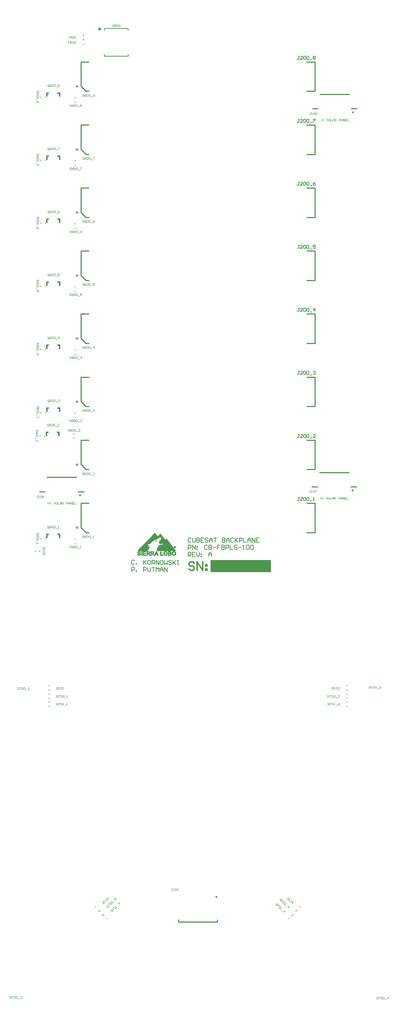
<source format=gto>
G04*
G04 #@! TF.GenerationSoftware,Altium Limited,Altium Designer,20.1.14 (287)*
G04*
G04 Layer_Color=65535*
%FSLAX25Y25*%
%MOIN*%
G70*
G04*
G04 #@! TF.SameCoordinates,0DD39981-5369-47EA-9149-94963EAFD3A8*
G04*
G04*
G04 #@! TF.FilePolarity,Positive*
G04*
G01*
G75*
%ADD10C,0.01000*%
%ADD11C,0.01968*%
%ADD12C,0.00600*%
%ADD13C,0.00050*%
%ADD14C,0.01200*%
%ADD15C,0.00800*%
%ADD16C,0.01181*%
%ADD17C,0.00500*%
%ADD18C,0.00394*%
%ADD19C,0.00598*%
%ADD20R,0.57087X0.11811*%
D10*
X17880Y-276358D02*
G03*
X17880Y-276358I-557J0D01*
G01*
X-110073Y99803D02*
G03*
X-110073Y99803I-557J0D01*
G01*
X146227Y458661D02*
G03*
X146227Y458661I-557J0D01*
G01*
X145833Y104331D02*
G03*
X145833Y104331I-557J0D01*
G01*
X-18110Y-299980D02*
Y-298012D01*
X18110Y-299980D02*
Y-298012D01*
X-18110Y-299980D02*
X18110D01*
X102363Y92520D02*
X109843D01*
Y64961D02*
Y92520D01*
X102363Y64961D02*
X109843D01*
X-109842Y92520D02*
X-102361D01*
X-105117Y64961D02*
X-102361D01*
X-109842Y69685D02*
X-105117Y64961D01*
X-109842Y69685D02*
Y92520D01*
X-109841Y246850D02*
Y269685D01*
Y246850D02*
X-105117Y242126D01*
X-102361D01*
X-109841Y269685D02*
X-102361D01*
X102363Y242126D02*
X109844D01*
Y269685D01*
X102363D02*
X109844D01*
X102363Y328740D02*
X109843D01*
Y301181D02*
Y328740D01*
X102363Y301181D02*
X109843D01*
X-109842Y328740D02*
X-102361D01*
X-105117Y301181D02*
X-102361D01*
X-109842Y305906D02*
X-105117Y301181D01*
X-109842Y305906D02*
Y328740D01*
X-109843Y364958D02*
Y387793D01*
Y364958D02*
X-105118Y360234D01*
X-102362D01*
X-109843Y387793D02*
X-102362D01*
X102362Y360234D02*
X109843D01*
Y387793D01*
X102362D02*
X109843D01*
X102362Y446848D02*
X109843D01*
Y419289D02*
Y446848D01*
X102362Y419289D02*
X109843D01*
X-109843Y446848D02*
X-102362D01*
X-105118Y419289D02*
X-102362D01*
X-109843Y424013D02*
X-105118Y419289D01*
X-109843Y424013D02*
Y446848D01*
Y483069D02*
Y505903D01*
Y483069D02*
X-105118Y478344D01*
X-102362D01*
X-109843Y505903D02*
X-102362D01*
X102362Y478344D02*
X109843D01*
Y505903D01*
X102362D02*
X109843D01*
X102362Y210629D02*
X109842D01*
Y183070D02*
Y210629D01*
X102362Y183070D02*
X109842D01*
X-109843Y210629D02*
X-102363D01*
X-105119Y183070D02*
X-102363D01*
X-109843Y187794D02*
X-105119Y183070D01*
X-109843Y187794D02*
Y210629D01*
X-109841Y128740D02*
Y151575D01*
Y128740D02*
X-105117Y124016D01*
X-102361D01*
X-109841Y151575D02*
X-102361D01*
X102363Y124016D02*
X109844D01*
Y151575D01*
X102363D02*
X109844D01*
X-141732Y116732D02*
X-114173D01*
X-112303Y103248D02*
X-107086D01*
X-148848Y103150D02*
X-143631D01*
X107451Y462008D02*
X112668D01*
X143997Y462106D02*
X149213D01*
X114567Y475591D02*
X142126D01*
X114174Y121260D02*
X141733D01*
X143603Y107776D02*
X148819D01*
X107057Y107677D02*
X112274D01*
D11*
X-91830Y536662D02*
G03*
X-91830Y536662I-394J0D01*
G01*
D12*
X88826Y-292584D02*
X89306Y-293063D01*
X91796Y-289614D02*
X92276Y-290093D01*
X-92276D02*
X-91796Y-289614D01*
X-89306Y-293063D02*
X-88826Y-292584D01*
X-140103Y-78609D02*
X-139425D01*
X-140103Y-82809D02*
X-139425D01*
X139425D02*
X140103D01*
X139425Y-78609D02*
X140103D01*
X-96213Y-286157D02*
X-95733Y-285677D01*
X-93243Y-289126D02*
X-92763Y-288647D01*
X92763D02*
X93243Y-289126D01*
X95733Y-285677D02*
X96213Y-286157D01*
X87859Y-293551D02*
X88339Y-294030D01*
X84889Y-296521D02*
X85369Y-297000D01*
X-85369D02*
X-84889Y-296521D01*
X-88339Y-294030D02*
X-87859Y-293551D01*
X139425Y-86483D02*
X140103D01*
X139425Y-90683D02*
X140103D01*
X139425Y-93766D02*
X140103D01*
X139425Y-97966D02*
X140103D01*
X-140103Y-90683D02*
X-139425D01*
X-140103Y-86483D02*
X-139425D01*
X-140103Y-97966D02*
X-139425D01*
X-140103Y-93766D02*
X-139425D01*
X-152592Y47299D02*
Y47977D01*
X-148392Y47299D02*
Y47977D01*
X-115299Y54593D02*
X-114621D01*
X-115299Y58793D02*
X-114621D01*
X-116677Y157513D02*
X-115999D01*
X-116677Y153313D02*
X-115999D01*
X-115299Y172703D02*
X-114621D01*
X-115299Y176903D02*
X-114621D01*
X-115299Y235958D02*
X-114621D01*
X-115299Y231758D02*
X-114621D01*
X-115299Y290813D02*
X-114621D01*
X-115299Y295013D02*
X-114621D01*
X-115300Y354066D02*
X-114622D01*
X-115300Y349866D02*
X-114622D01*
X-115300Y408921D02*
X-114622D01*
X-115300Y413121D02*
X-114622D01*
X-115300Y472176D02*
X-114622D01*
X-115300Y467976D02*
X-114622D01*
X-143175Y59110D02*
Y59788D01*
X-147375Y59110D02*
Y59788D01*
X-148064Y154877D02*
Y155556D01*
X-143864Y154877D02*
Y155556D01*
X-143175Y177220D02*
Y177898D01*
X-147375Y177220D02*
Y177898D01*
Y236275D02*
Y236953D01*
X-143175Y236275D02*
Y236953D01*
X-143175Y295330D02*
Y296008D01*
X-147375Y295330D02*
Y296008D01*
X-147376Y354383D02*
Y355061D01*
X-143176Y354383D02*
Y355061D01*
Y413438D02*
Y414116D01*
X-147376Y413438D02*
Y414116D01*
Y472493D02*
Y473171D01*
X-143176Y472493D02*
Y473171D01*
X-107917Y526411D02*
X-107239D01*
X-107917Y522211D02*
X-107239D01*
X-107917Y526739D02*
X-107239D01*
X-107917Y530939D02*
X-107239D01*
X-87773Y511263D02*
X-65573D01*
Y513096D01*
X-87773Y537163D02*
X-65573D01*
X-87773Y535329D02*
Y537163D01*
Y511263D02*
Y513096D01*
X-65573Y535329D02*
Y537163D01*
D13*
X-40587Y64457D02*
X-40487D01*
X-40637Y64407D02*
X-40437D01*
X-40687Y64357D02*
X-40437D01*
X-40737Y64307D02*
X-40387D01*
X-40787Y64257D02*
X-40337D01*
X-40787Y64207D02*
X-40337D01*
X-40887Y64157D02*
X-40287D01*
X-40937Y64107D02*
X-40237D01*
X-40987Y64057D02*
X-40187D01*
X-41037Y64007D02*
X-40137D01*
X-41037Y63957D02*
X-40087D01*
X-41087Y63907D02*
X-40087D01*
X-41137Y63857D02*
X-40037D01*
X-41187Y63807D02*
X-39987D01*
X-35487D02*
X-35387D01*
X-41287Y63757D02*
X-39937D01*
X-35537D02*
X-35337D01*
X-41337Y63707D02*
X-39937D01*
X-35587D02*
X-35287D01*
X-41337Y63657D02*
X-39887D01*
X-35637D02*
X-35237D01*
X-41387Y63607D02*
X-39837D01*
X-35687D02*
X-35187D01*
X-41437Y63557D02*
X-39787D01*
X-35737D02*
X-35187D01*
X-41487Y63507D02*
X-39787D01*
X-35787D02*
X-35137D01*
X-41537Y63457D02*
X-39737D01*
X-35837D02*
X-35087D01*
X-41587Y63407D02*
X-39687D01*
X-35837D02*
X-35037D01*
X-41637Y63357D02*
X-39637D01*
X-35937D02*
X-34987D01*
X-41687Y63307D02*
X-39587D01*
X-35987D02*
X-34987D01*
X-41737Y63257D02*
X-39587D01*
X-36037D02*
X-34937D01*
X-41787Y63207D02*
X-39537D01*
X-36087D02*
X-34887D01*
X-41837Y63157D02*
X-39487D01*
X-36087D02*
X-34837D01*
X-41887Y63107D02*
X-39487D01*
X-36137D02*
X-34837D01*
X-41937Y63057D02*
X-39437D01*
X-36187D02*
X-34787D01*
X-41987Y63007D02*
X-39387D01*
X-36237D02*
X-34737D01*
X-42037Y62957D02*
X-39337D01*
X-36287D02*
X-34687D01*
X-42087Y62907D02*
X-39287D01*
X-36337D02*
X-34637D01*
X-42137Y62857D02*
X-39287D01*
X-36387D02*
X-34637D01*
X-42187Y62807D02*
X-39237D01*
X-36437D02*
X-34587D01*
X-42237Y62757D02*
X-39187D01*
X-36487D02*
X-34537D01*
X-42287Y62707D02*
X-39137D01*
X-36537D02*
X-34487D01*
X-42337Y62657D02*
X-39137D01*
X-36587D02*
X-34437D01*
X-42387Y62607D02*
X-39087D01*
X-36637D02*
X-34437D01*
X-42437Y62557D02*
X-39037D01*
X-36687D02*
X-34387D01*
X-42487Y62507D02*
X-38987D01*
X-36737D02*
X-34337D01*
X-42537Y62457D02*
X-38937D01*
X-36787D02*
X-34287D01*
X-42587Y62407D02*
X-38937D01*
X-36837D02*
X-34287D01*
X-42637Y62357D02*
X-38887D01*
X-36887D02*
X-34237D01*
X-42637Y62307D02*
X-38837D01*
X-36937D02*
X-34187D01*
X-42737Y62257D02*
X-38787D01*
X-36987D02*
X-34137D01*
X-42787Y62207D02*
X-38787D01*
X-37037D02*
X-34087D01*
X-42837Y62157D02*
X-38737D01*
X-37087D02*
X-34087D01*
X-42837Y62107D02*
X-38687D01*
X-37137D02*
X-34037D01*
X-42887Y62057D02*
X-38637D01*
X-37187D02*
X-33987D01*
X-42937Y62007D02*
X-38587D01*
X-37237D02*
X-33937D01*
X-42987Y61957D02*
X-38587D01*
X-37237D02*
X-33887D01*
X-43037Y61907D02*
X-38537D01*
X-37287D02*
X-33887D01*
X-43087Y61857D02*
X-38487D01*
X-37337D02*
X-33837D01*
X-43137Y61807D02*
X-38487D01*
X-37387D02*
X-33787D01*
X-43187Y61757D02*
X-38437D01*
X-37437D02*
X-33737D01*
X-43237Y61707D02*
X-38387D01*
X-37487D02*
X-33737D01*
X-43287Y61657D02*
X-38337D01*
X-37537D02*
X-33687D01*
X-43337Y61607D02*
X-38337D01*
X-37587D02*
X-33637D01*
X-43387Y61557D02*
X-38287D01*
X-37637D02*
X-33587D01*
X-43437Y61507D02*
X-38237D01*
X-37687D02*
X-33587D01*
X-43487Y61457D02*
X-38187D01*
X-37737D02*
X-33537D01*
X-43537Y61407D02*
X-38137D01*
X-37787D02*
X-33487D01*
X-43587Y61357D02*
X-38087D01*
X-37837D02*
X-33437D01*
X-43637Y61307D02*
X-38087D01*
X-37887D02*
X-33387D01*
X-43687Y61257D02*
X-38037D01*
X-37937D02*
X-33337D01*
X-43737Y61207D02*
X-33337D01*
X-43787Y61157D02*
X-35037D01*
X-34837D02*
X-33287D01*
X-43837Y61107D02*
X-35187D01*
X-34787D02*
X-33237D01*
X-43887Y61057D02*
X-35287D01*
X-34737D02*
X-33187D01*
X-43937Y61007D02*
X-35437D01*
X-34687D02*
X-33187D01*
X-43987Y60957D02*
X-35487D01*
X-34687D02*
X-33137D01*
X-44037Y60907D02*
X-35587D01*
X-34687D02*
X-33087D01*
X-44087Y60857D02*
X-35637D01*
X-34637D02*
X-33037D01*
X-44137Y60807D02*
X-35737D01*
X-34637D02*
X-32987D01*
X-44187Y60757D02*
X-35837D01*
X-34637D02*
X-32937D01*
X-44237Y60707D02*
X-35887D01*
X-34637D02*
X-32937D01*
X-44287Y60657D02*
X-35987D01*
X-34637D02*
X-32887D01*
X-44337Y60607D02*
X-36037D01*
X-34637D02*
X-32837D01*
X-44387Y60557D02*
X-36137D01*
X-34687D02*
X-32787D01*
X-44437Y60507D02*
X-36187D01*
X-34687D02*
X-32787D01*
X-44487Y60457D02*
X-36287D01*
X-34687D02*
X-32737D01*
X-44537Y60407D02*
X-36337D01*
X-34687D02*
X-32687D01*
X-44587Y60357D02*
X-36437D01*
X-34687D02*
X-32637D01*
X-44637Y60307D02*
X-36487D01*
X-34687D02*
X-32637D01*
X-44687Y60257D02*
X-36587D01*
X-34737D02*
X-32587D01*
X-44687Y60207D02*
X-36637D01*
X-34737D02*
X-32537D01*
X-44737Y60157D02*
X-36737D01*
X-34737D02*
X-32487D01*
X-44787Y60107D02*
X-36787D01*
X-34737D02*
X-32487D01*
X-44837Y60057D02*
X-36887D01*
X-34737D02*
X-32437D01*
X-44887Y60007D02*
X-36937D01*
X-34737D02*
X-32387D01*
X-44937Y59957D02*
X-36987D01*
X-34737D02*
X-32337D01*
X-44987Y59907D02*
X-37087D01*
X-34687D02*
X-32287D01*
X-45037Y59857D02*
X-37137D01*
X-34687D02*
X-32237D01*
X-45087Y59807D02*
X-37237D01*
X-34637D02*
X-32237D01*
X-45137Y59757D02*
X-37287D01*
X-34637D02*
X-32187D01*
X-45187Y59707D02*
X-37387D01*
X-34587D02*
X-32137D01*
X-45237Y59657D02*
X-37437D01*
X-34537D02*
X-32087D01*
X-45287Y59607D02*
X-37537D01*
X-34537D02*
X-32087D01*
X-45337Y59557D02*
X-37587D01*
X-34487D02*
X-32037D01*
X-45387Y59507D02*
X-37687D01*
X-34487D02*
X-31987D01*
X-45437Y59457D02*
X-37737D01*
X-34437D02*
X-31937D01*
X-45487Y59407D02*
X-37837D01*
X-34437D02*
X-31887D01*
X-45537Y59357D02*
X-37887D01*
X-34387D02*
X-31887D01*
X-45587Y59307D02*
X-37937D01*
X-34387D02*
X-31837D01*
X-45637Y59257D02*
X-38037D01*
X-34337D02*
X-31787D01*
X-45687Y59207D02*
X-38087D01*
X-34337D02*
X-31737D01*
X-45737Y59157D02*
X-38137D01*
X-34337D02*
X-31687D01*
X-29737D02*
X-29587D01*
X-45787Y59107D02*
X-38237D01*
X-34337D02*
X-31687D01*
X-29787D02*
X-29587D01*
X-45837Y59057D02*
X-38287D01*
X-34337D02*
X-31637D01*
X-29837D02*
X-29537D01*
X-45887Y59007D02*
X-38387D01*
X-34337D02*
X-31587D01*
X-29887D02*
X-29487D01*
X-45937Y58957D02*
X-38437D01*
X-34337D02*
X-31537D01*
X-29937D02*
X-29437D01*
X-45987Y58907D02*
X-38487D01*
X-34337D02*
X-31537D01*
X-29937D02*
X-29437D01*
X-46037Y58857D02*
X-38537D01*
X-34387D02*
X-31487D01*
X-30037D02*
X-29387D01*
X-46087Y58807D02*
X-38587D01*
X-34387D02*
X-31437D01*
X-30037D02*
X-29337D01*
X-46137Y58757D02*
X-38687D01*
X-34437D02*
X-31387D01*
X-30087D02*
X-29287D01*
X-46187Y58707D02*
X-38787D01*
X-34487D02*
X-31337D01*
X-30137D02*
X-29287D01*
X-46237Y58657D02*
X-38887D01*
X-34487D02*
X-31337D01*
X-30187D02*
X-29237D01*
X-46287Y58607D02*
X-40087D01*
X-39837D02*
X-39137D01*
X-34537D02*
X-31287D01*
X-30237D02*
X-29187D01*
X-46337Y58557D02*
X-40287D01*
X-34587D02*
X-31237D01*
X-30287D02*
X-29137D01*
X-46387Y58507D02*
X-40387D01*
X-34637D02*
X-31187D01*
X-30287D02*
X-29087D01*
X-46437Y58457D02*
X-40487D01*
X-34637D02*
X-31137D01*
X-30337D02*
X-29087D01*
X-46487Y58407D02*
X-40587D01*
X-34687D02*
X-31137D01*
X-30387D02*
X-29037D01*
X-46537Y58357D02*
X-40637D01*
X-34687D02*
X-31087D01*
X-30437D02*
X-28987D01*
X-46587Y58307D02*
X-40737D01*
X-34687D02*
X-31037D01*
X-30487D02*
X-28937D01*
X-46637Y58257D02*
X-40837D01*
X-34687D02*
X-30987D01*
X-30537D02*
X-28937D01*
X-46637Y58207D02*
X-40887D01*
X-34687D02*
X-30987D01*
X-30537D02*
X-28887D01*
X-46687Y58157D02*
X-40987D01*
X-34637D02*
X-30937D01*
X-30587D02*
X-28837D01*
X-46737Y58107D02*
X-41037D01*
X-34637D02*
X-30887D01*
X-30637D02*
X-28787D01*
X-46787Y58057D02*
X-41137D01*
X-34637D02*
X-30837D01*
X-30687D02*
X-28737D01*
X-46837Y58007D02*
X-41187D01*
X-34637D02*
X-30787D01*
X-30737D02*
X-28737D01*
X-46887Y57957D02*
X-41237D01*
X-34587D02*
X-28687D01*
X-46937Y57907D02*
X-41337D01*
X-34587D02*
X-28637D01*
X-46987Y57857D02*
X-41387D01*
X-34587D02*
X-28587D01*
X-47037Y57807D02*
X-41437D01*
X-35237D02*
X-35087D01*
X-34537D02*
X-28587D01*
X-47087Y57757D02*
X-41537D01*
X-35287D02*
X-34987D01*
X-34537D02*
X-28537D01*
X-47137Y57707D02*
X-41587D01*
X-35387D02*
X-34887D01*
X-34537D02*
X-28487D01*
X-47187Y57657D02*
X-41687D01*
X-39537D02*
X-39487D01*
X-35387D02*
X-34787D01*
X-34537D02*
X-28437D01*
X-47237Y57607D02*
X-41737D01*
X-39637D02*
X-39387D01*
X-35437D02*
X-34687D01*
X-34537D02*
X-28437D01*
X-47287Y57557D02*
X-41787D01*
X-39687D02*
X-39337D01*
X-35537D02*
X-34537D01*
X-34487D02*
X-28387D01*
X-47337Y57507D02*
X-41887D01*
X-39737D02*
X-39287D01*
X-35587D02*
X-28337D01*
X-47387Y57457D02*
X-41937D01*
X-39787D02*
X-39237D01*
X-35637D02*
X-28287D01*
X-47437Y57407D02*
X-41987D01*
X-39837D02*
X-39237D01*
X-35637D02*
X-28287D01*
X-47487Y57357D02*
X-42087D01*
X-39887D02*
X-39237D01*
X-35687D02*
X-28237D01*
X-47537Y57307D02*
X-42137D01*
X-39887D02*
X-39187D01*
X-35737D02*
X-28187D01*
X-47587Y57257D02*
X-42187D01*
X-39887D02*
X-39187D01*
X-35787D02*
X-28137D01*
X-47637Y57207D02*
X-42287D01*
X-39887D02*
X-39187D01*
X-35837D02*
X-28087D01*
X-47687Y57157D02*
X-42337D01*
X-39937D02*
X-39187D01*
X-35887D02*
X-28087D01*
X-47737Y57107D02*
X-42387D01*
X-39987D02*
X-39187D01*
X-35887D02*
X-28037D01*
X-47787Y57057D02*
X-42437D01*
X-39987D02*
X-39237D01*
X-35937D02*
X-27987D01*
X-47837Y57007D02*
X-42537D01*
X-40037D02*
X-39287D01*
X-35987D02*
X-27937D01*
X-47887Y56957D02*
X-42587D01*
X-40037D02*
X-39337D01*
X-36037D02*
X-27937D01*
X-47937Y56907D02*
X-42637D01*
X-40087D02*
X-39437D01*
X-36087D02*
X-27887D01*
X-47987Y56857D02*
X-42737D01*
X-40137D02*
X-39487D01*
X-36087D02*
X-27837D01*
X-48037Y56807D02*
X-42787D01*
X-40187D02*
X-39587D01*
X-36137D02*
X-27787D01*
X-48087Y56757D02*
X-42837D01*
X-40237D02*
X-39687D01*
X-36187D02*
X-27787D01*
X-48137Y56707D02*
X-42887D01*
X-40237D02*
X-39737D01*
X-36187D02*
X-27737D01*
X-48187Y56657D02*
X-42987D01*
X-40287D02*
X-39837D01*
X-36237D02*
X-27687D01*
X-48237Y56607D02*
X-43037D01*
X-40237D02*
X-39987D01*
X-36287D02*
X-27637D01*
X-48287Y56557D02*
X-43087D01*
X-36287D02*
X-27587D01*
X-48287Y56507D02*
X-43187D01*
X-36337D02*
X-27587D01*
X-48337Y56457D02*
X-43237D01*
X-36387D02*
X-27537D01*
X-48387Y56407D02*
X-43287D01*
X-36387D02*
X-27487D01*
X-48437Y56357D02*
X-43337D01*
X-36437D02*
X-27437D01*
X-48487Y56307D02*
X-43437D01*
X-36437D02*
X-27437D01*
X-48537Y56257D02*
X-43487D01*
X-36487D02*
X-27387D01*
X-48587Y56207D02*
X-43537D01*
X-36487D02*
X-27337D01*
X-48637Y56157D02*
X-43637D01*
X-36487D02*
X-27287D01*
X-48687Y56107D02*
X-43687D01*
X-36537D02*
X-27287D01*
X-48737Y56057D02*
X-43737D01*
X-36537D02*
X-27237D01*
X-48787Y56007D02*
X-43787D01*
X-36587D02*
X-27187D01*
X-48837Y55957D02*
X-43887D01*
X-36587D02*
X-27137D01*
X-48887Y55907D02*
X-43937D01*
X-36587D02*
X-27087D01*
X-48937Y55857D02*
X-43987D01*
X-36587D02*
X-27087D01*
X-48987Y55807D02*
X-44037D01*
X-36637D02*
X-27037D01*
X-49037Y55757D02*
X-44087D01*
X-36637D02*
X-26987D01*
X-49087Y55707D02*
X-44137D01*
X-36637D02*
X-26937D01*
X-49137Y55657D02*
X-44187D01*
X-36637D02*
X-26937D01*
X-49187Y55607D02*
X-44237D01*
X-36637D02*
X-26887D01*
X-49237Y55557D02*
X-44287D01*
X-36637D02*
X-26837D01*
X-49287Y55507D02*
X-44287D01*
X-36637D02*
X-26787D01*
X-49337Y55457D02*
X-44337D01*
X-36637D02*
X-26737D01*
X-49387Y55407D02*
X-44337D01*
X-36637D02*
X-26737D01*
X-49437Y55357D02*
X-44387D01*
X-36637D02*
X-26687D01*
X-49487Y55307D02*
X-44437D01*
X-36587D02*
X-33887D01*
X-33837D02*
X-26637D01*
X-49537Y55257D02*
X-44437D01*
X-36587D02*
X-33937D01*
X-33787D02*
X-26587D01*
X-49587Y55207D02*
X-44487D01*
X-36587D02*
X-33987D01*
X-33787D02*
X-26587D01*
X-49637Y55157D02*
X-44487D01*
X-36537D02*
X-33987D01*
X-33737D02*
X-26537D01*
X-49687Y55107D02*
X-44487D01*
X-36537D02*
X-33987D01*
X-33737D02*
X-26487D01*
X-49737Y55057D02*
X-44487D01*
X-36487D02*
X-34037D01*
X-33687D02*
X-26437D01*
X-49787Y55007D02*
X-44487D01*
X-36437D02*
X-34037D01*
X-33687D02*
X-26437D01*
X-49837Y54957D02*
X-44537D01*
X-36437D02*
X-34087D01*
X-33687D02*
X-26387D01*
X-49887Y54907D02*
X-44687D01*
X-36387D02*
X-34087D01*
X-33637D02*
X-26337D01*
X-49937Y54857D02*
X-44837D01*
X-36337D02*
X-34137D01*
X-33637D02*
X-26287D01*
X-49987Y54807D02*
X-44937D01*
X-36237D02*
X-34137D01*
X-33587D02*
X-26237D01*
X-50037Y54757D02*
X-45137D01*
X-36187D02*
X-34187D01*
X-33587D02*
X-26237D01*
X-50087Y54707D02*
X-45287D01*
X-36087D02*
X-34237D01*
X-33537D02*
X-26187D01*
X-50137Y54657D02*
X-45387D01*
X-35987D02*
X-34287D01*
X-33287D02*
X-26137D01*
X-50137Y54607D02*
X-45537D01*
X-35837D02*
X-34437D01*
X-33087D02*
X-26087D01*
X-50187Y54557D02*
X-45687D01*
X-35637D02*
X-34637D01*
X-33037D02*
X-26087D01*
X-50237Y54507D02*
X-45837D01*
X-32987D02*
X-26037D01*
X-50337Y54457D02*
X-45937D01*
X-32987D02*
X-25987D01*
X-50387Y54407D02*
X-46087D01*
X-32937D02*
X-25937D01*
X-50437Y54357D02*
X-46237D01*
X-32937D02*
X-25937D01*
X-50487Y54307D02*
X-46337D01*
X-32937D02*
X-25887D01*
X-50537Y54257D02*
X-46487D01*
X-32937D02*
X-25837D01*
X-50537Y54207D02*
X-46637D01*
X-32937D02*
X-25787D01*
X-50587Y54157D02*
X-46787D01*
X-32987D02*
X-25737D01*
X-50637Y54107D02*
X-46937D01*
X-32987D02*
X-25737D01*
X-50687Y54057D02*
X-47037D01*
X-32987D02*
X-25687D01*
X-50737Y54007D02*
X-47187D01*
X-32987D02*
X-25637D01*
X-50787Y53957D02*
X-47337D01*
X-33037D02*
X-25587D01*
X-50837Y53907D02*
X-47487D01*
X-33037D02*
X-25587D01*
X-50887Y53857D02*
X-47637D01*
X-33087D02*
X-25537D01*
X-50937Y53807D02*
X-47787D01*
X-33087D02*
X-25487D01*
X-50987Y53757D02*
X-47887D01*
X-33137D02*
X-25437D01*
X-51037Y53707D02*
X-48037D01*
X-33187D02*
X-25437D01*
X-51087Y53657D02*
X-48037D01*
X-33237D02*
X-25387D01*
X-51137Y53607D02*
X-47987D01*
X-33337D02*
X-25337D01*
X-51187Y53557D02*
X-47837D01*
X-35037D02*
X-34387D01*
X-33437D02*
X-25287D01*
X-51237Y53507D02*
X-47687D01*
X-35387D02*
X-34087D01*
X-33587D02*
X-25237D01*
X-51287Y53457D02*
X-47537D01*
X-35587D02*
X-25237D01*
X-51337Y53407D02*
X-47337D01*
X-35737D02*
X-25187D01*
X-51387Y53357D02*
X-47187D01*
X-35887D02*
X-25137D01*
X-51437Y53307D02*
X-46987D01*
X-35987D02*
X-25087D01*
X-51487Y53257D02*
X-46837D01*
X-36087D02*
X-25087D01*
X-51537Y53207D02*
X-46637D01*
X-36187D02*
X-25037D01*
X-51587Y53157D02*
X-46537D01*
X-36237D02*
X-24987D01*
X-51637Y53107D02*
X-46387D01*
X-36337D02*
X-24937D01*
X-51687Y53057D02*
X-46387D01*
X-36387D02*
X-24887D01*
X-51737Y53007D02*
X-46437D01*
X-36437D02*
X-24887D01*
X-51787Y52957D02*
X-46487D01*
X-36487D02*
X-24837D01*
X-51837Y52907D02*
X-46537D01*
X-36537D02*
X-24787D01*
X-51887Y52857D02*
X-46587D01*
X-36587D02*
X-24737D01*
X-51937Y52807D02*
X-46637D01*
X-36637D02*
X-24737D01*
X-51987Y52757D02*
X-46687D01*
X-36687D02*
X-24687D01*
X-52037Y52707D02*
X-46737D01*
X-36737D02*
X-24637D01*
X-52087Y52657D02*
X-46787D01*
X-36787D02*
X-24587D01*
X-52087Y52607D02*
X-46837D01*
X-36787D02*
X-24587D01*
X-52187Y52557D02*
X-46887D01*
X-36837D02*
X-24537D01*
X-52237Y52507D02*
X-46937D01*
X-36887D02*
X-24487D01*
X-52237Y52457D02*
X-46987D01*
X-36887D02*
X-24437D01*
X-52287Y52407D02*
X-47037D01*
X-36937D02*
X-24387D01*
X-52337Y52357D02*
X-47137D01*
X-36937D02*
X-24387D01*
X-52387Y52307D02*
X-47187D01*
X-36987D02*
X-24337D01*
X-22037D02*
X-21687D01*
X-52487Y52257D02*
X-47237D01*
X-36987D02*
X-24287D01*
X-22187D02*
X-21487D01*
X-52487Y52207D02*
X-47287D01*
X-37037D02*
X-24237D01*
X-22337D02*
X-21387D01*
X-52537Y52157D02*
X-47337D01*
X-37037D02*
X-24237D01*
X-22387D02*
X-21287D01*
X-52587Y52107D02*
X-47387D01*
X-37087D02*
X-24187D01*
X-22437D02*
X-22087D01*
X-21637D02*
X-21237D01*
X-52637Y52057D02*
X-47437D01*
X-37087D02*
X-24137D01*
X-22487D02*
X-22187D01*
X-21537D02*
X-21187D01*
X-52687Y52007D02*
X-47487D01*
X-37087D02*
X-24087D01*
X-22537D02*
X-22287D01*
X-21437D02*
X-21137D01*
X-52737Y51957D02*
X-47537D01*
X-37137D02*
X-24087D01*
X-22587D02*
X-22337D01*
X-21337D02*
X-21087D01*
X-52787Y51907D02*
X-47587D01*
X-37137D02*
X-24037D01*
X-22637D02*
X-22387D01*
X-22237D02*
X-21687D01*
X-21287D02*
X-21087D01*
X-52837Y51857D02*
X-47687D01*
X-37137D02*
X-23987D01*
X-22637D02*
X-22437D01*
X-22237D02*
X-21587D01*
X-21287D02*
X-21037D01*
X-52887Y51807D02*
X-47737D01*
X-37187D02*
X-23937D01*
X-22687D02*
X-22487D01*
X-22237D02*
X-21537D01*
X-21237D02*
X-21037D01*
X-52937Y51757D02*
X-47787D01*
X-37187D02*
X-23887D01*
X-22687D02*
X-22487D01*
X-22237D02*
X-22037D01*
X-21737D02*
X-21537D01*
X-21187D02*
X-20987D01*
X-52987Y51707D02*
X-47737D01*
X-47037D02*
X-45587D01*
X-37187D02*
X-23887D01*
X-22737D02*
X-22537D01*
X-22237D02*
X-22037D01*
X-21687D02*
X-21487D01*
X-21187D02*
X-20987D01*
X-53037Y51657D02*
X-45537D01*
X-37187D02*
X-23837D01*
X-22737D02*
X-22537D01*
X-22237D02*
X-22037D01*
X-21687D02*
X-21487D01*
X-21137D02*
X-20987D01*
X-53087Y51607D02*
X-45487D01*
X-37237D02*
X-23787D01*
X-22737D02*
X-22537D01*
X-22237D02*
X-22037D01*
X-21687D02*
X-21487D01*
X-21137D02*
X-20937D01*
X-53137Y51557D02*
X-45487D01*
X-37237D02*
X-23737D01*
X-22737D02*
X-22587D01*
X-22237D02*
X-22037D01*
X-21737D02*
X-21537D01*
X-21137D02*
X-20937D01*
X-53187Y51507D02*
X-45487D01*
X-37237D02*
X-23737D01*
X-22737D02*
X-22587D01*
X-22237D02*
X-21537D01*
X-21137D02*
X-20937D01*
X-53237Y51457D02*
X-45537D01*
X-37237D02*
X-23687D01*
X-22737D02*
X-22587D01*
X-22237D02*
X-21587D01*
X-21137D02*
X-20937D01*
X-53287Y51407D02*
X-45537D01*
X-37237D02*
X-23637D01*
X-22737D02*
X-22587D01*
X-22237D02*
X-21687D01*
X-21137D02*
X-20937D01*
X-53337Y51357D02*
X-45587D01*
X-37237D02*
X-23587D01*
X-22737D02*
X-22587D01*
X-22237D02*
X-22037D01*
X-21887D02*
X-21687D01*
X-21137D02*
X-20937D01*
X-53387Y51307D02*
X-45637D01*
X-37237D02*
X-23587D01*
X-22737D02*
X-22537D01*
X-22237D02*
X-22037D01*
X-21837D02*
X-21637D01*
X-21137D02*
X-20937D01*
X-53437Y51257D02*
X-45637D01*
X-37287D02*
X-23537D01*
X-22737D02*
X-22537D01*
X-22237D02*
X-22037D01*
X-21837D02*
X-21587D01*
X-21137D02*
X-20987D01*
X-53487Y51207D02*
X-45687D01*
X-37287D02*
X-23487D01*
X-22737D02*
X-22537D01*
X-22237D02*
X-22037D01*
X-21787D02*
X-21537D01*
X-21187D02*
X-20987D01*
X-53537Y51157D02*
X-45737D01*
X-37287D02*
X-23437D01*
X-22687D02*
X-22487D01*
X-22237D02*
X-22037D01*
X-21737D02*
X-21537D01*
X-21187D02*
X-20987D01*
X-53587Y51107D02*
X-45787D01*
X-37287D02*
X-23387D01*
X-22687D02*
X-22487D01*
X-22237D02*
X-22037D01*
X-21737D02*
X-21487D01*
X-21237D02*
X-21037D01*
X-53637Y51057D02*
X-45787D01*
X-37287D02*
X-23387D01*
X-22637D02*
X-22437D01*
X-22237D02*
X-22037D01*
X-21687D02*
X-21487D01*
X-21287D02*
X-21037D01*
X-53687Y51007D02*
X-45837D01*
X-37287D02*
X-23337D01*
X-22637D02*
X-22387D01*
X-22237D02*
X-22037D01*
X-21687D02*
X-21437D01*
X-21287D02*
X-21087D01*
X-53687Y50957D02*
X-45887D01*
X-37287D02*
X-23287D01*
X-22587D02*
X-22337D01*
X-21387D02*
X-21087D01*
X-53737Y50907D02*
X-45937D01*
X-37287D02*
X-23237D01*
X-22537D02*
X-22287D01*
X-21437D02*
X-21137D01*
X-53837Y50857D02*
X-45987D01*
X-37287D02*
X-23237D01*
X-22487D02*
X-22187D01*
X-21537D02*
X-21187D01*
X-53837Y50807D02*
X-46037D01*
X-37287D02*
X-23187D01*
X-22437D02*
X-22087D01*
X-21637D02*
X-21237D01*
X-53937Y50757D02*
X-46087D01*
X-37287D02*
X-23137D01*
X-22387D02*
X-21287D01*
X-53987Y50707D02*
X-46137D01*
X-38337D02*
X-38087D01*
X-37287D02*
X-23087D01*
X-22337D02*
X-21387D01*
X-54037Y50657D02*
X-46187D01*
X-38437D02*
X-37937D01*
X-37287D02*
X-23037D01*
X-22187D02*
X-21487D01*
X-54037Y50607D02*
X-46237D01*
X-38437D02*
X-37787D01*
X-37287D02*
X-23037D01*
X-22037D02*
X-21687D01*
X-54087Y50557D02*
X-46337D01*
X-38487D02*
X-37687D01*
X-37237D02*
X-22987D01*
X-54137Y50507D02*
X-46387D01*
X-38487D02*
X-37537D01*
X-37237D02*
X-22937D01*
X-54187Y50457D02*
X-46437D01*
X-38487D02*
X-37437D01*
X-37237D02*
X-22887D01*
X-54237Y50407D02*
X-46487D01*
X-38487D02*
X-37287D01*
X-37237D02*
X-22887D01*
X-54287Y50357D02*
X-46537D01*
X-38487D02*
X-22837D01*
X-54337Y50307D02*
X-46587D01*
X-38537D02*
X-22787D01*
X-54387Y50257D02*
X-46637D01*
X-38537D02*
X-22737D01*
X-54437Y50207D02*
X-46687D01*
X-38537D02*
X-22737D01*
X-54487Y50157D02*
X-46737D01*
X-38537D02*
X-22687D01*
X-54537Y50107D02*
X-46787D01*
X-38537D02*
X-22637D01*
X-54587Y50057D02*
X-46787D01*
X-38537D02*
X-22587D01*
X-54637Y50007D02*
X-46337D01*
X-38537D02*
X-22587D01*
X-54687Y49957D02*
X-46037D01*
X-38537D02*
X-22537D01*
X-54737Y49907D02*
X-45987D01*
X-38537D02*
X-22487D01*
X-54787Y49857D02*
X-46037D01*
X-38537D02*
X-22437D01*
X-54837Y49807D02*
X-46087D01*
X-38537D02*
X-22387D01*
X-54887Y49757D02*
X-46087D01*
X-38537D02*
X-22387D01*
X-54937Y49707D02*
X-46137D01*
X-38537D02*
X-22337D01*
X-54987Y49657D02*
X-46187D01*
X-38537D02*
X-22287D01*
X-55037Y49607D02*
X-46237D01*
X-38537D02*
X-22237D01*
X-55087Y49557D02*
X-46287D01*
X-38537D02*
X-22187D01*
X-55137Y49507D02*
X-46337D01*
X-38537D02*
X-22187D01*
X-55187Y49457D02*
X-46387D01*
X-38537D02*
X-22137D01*
X-55237Y49407D02*
X-46437D01*
X-38537D02*
X-22087D01*
X-55287Y49357D02*
X-46437D01*
X-38487D02*
X-22037D01*
X-55337Y49307D02*
X-46487D01*
X-38487D02*
X-22037D01*
X-55387Y49257D02*
X-46537D01*
X-38487D02*
X-21987D01*
X-55437Y49207D02*
X-46587D01*
X-38487D02*
X-21937D01*
X-55487Y49157D02*
X-46637D01*
X-38487D02*
X-21887D01*
X-55537Y49107D02*
X-46687D01*
X-38487D02*
X-21887D01*
X-55587Y49057D02*
X-46737D01*
X-38487D02*
X-21837D01*
X-55587Y49007D02*
X-46787D01*
X-38487D02*
X-21787D01*
X-55637Y48957D02*
X-46837D01*
X-38487D02*
X-21737D01*
X-55687Y48907D02*
X-46837D01*
X-38487D02*
X-21687D01*
X-55787Y48857D02*
X-46887D01*
X-38487D02*
X-21687D01*
X-55787Y48807D02*
X-46937D01*
X-38487D02*
X-21637D01*
X-55837Y48757D02*
X-46987D01*
X-38487D02*
X-21587D01*
X-55887Y48707D02*
X-47037D01*
X-38487D02*
X-21537D01*
X-55937Y48657D02*
X-47087D01*
X-38487D02*
X-21537D01*
X-55987Y48607D02*
X-47137D01*
X-38487D02*
X-21487D01*
X-56037Y48557D02*
X-47187D01*
X-38487D02*
X-21437D01*
X-56087Y48507D02*
X-47187D01*
X-38487D02*
X-21387D01*
X-56137Y48457D02*
X-47237D01*
X-38487D02*
X-21387D01*
X-56187Y48407D02*
X-47287D01*
X-38487D02*
X-21337D01*
X-56237Y48357D02*
X-47337D01*
X-38487D02*
X-21287D01*
X-56287Y48307D02*
X-47387D01*
X-38487D02*
X-21237D01*
X-56337Y48257D02*
X-47437D01*
X-38487D02*
X-21187D01*
X-56387Y48207D02*
X-47487D01*
X-38487D02*
X-21187D01*
X-56437Y48157D02*
X-47537D01*
X-38437D02*
X-21137D01*
X-56487Y48107D02*
X-47587D01*
X-38437D02*
X-21087D01*
X-56537Y48057D02*
X-47587D01*
X-38437D02*
X-21037D01*
X-56587Y48007D02*
X-47687D01*
X-38437D02*
X-21037D01*
X-56587Y47957D02*
X-47687D01*
X-38437D02*
X-20987D01*
X-56587Y47907D02*
X-47737D01*
X-38437D02*
X-20937D01*
X-55787Y47407D02*
X-55037D01*
X-30887D02*
X-30187D01*
X-22987D02*
X-22287D01*
X-56037Y47357D02*
X-54787D01*
X-53237D02*
X-52487D01*
X-51737D02*
X-48937D01*
X-48237D02*
X-46237D01*
X-44437D02*
X-42437D01*
X-39537D02*
X-38687D01*
X-31137D02*
X-29937D01*
X-28087D02*
X-26137D01*
X-23237D02*
X-21987D01*
X-56187Y47307D02*
X-54637D01*
X-53237D02*
X-52487D01*
X-51787D02*
X-48937D01*
X-48237D02*
X-45837D01*
X-44437D02*
X-42087D01*
X-39537D02*
X-38687D01*
X-35337D02*
X-34537D01*
X-31287D02*
X-29787D01*
X-28087D02*
X-25787D01*
X-23387D02*
X-21887D01*
X-56287Y47257D02*
X-54537D01*
X-53237D02*
X-52487D01*
X-51787D02*
X-48937D01*
X-48237D02*
X-45687D01*
X-44437D02*
X-41887D01*
X-39587D02*
X-38687D01*
X-35337D02*
X-34537D01*
X-31437D02*
X-29687D01*
X-28087D02*
X-25687D01*
X-23487D02*
X-21787D01*
X-56337Y47207D02*
X-54437D01*
X-53237D02*
X-52487D01*
X-51787D02*
X-48937D01*
X-48237D02*
X-45637D01*
X-44437D02*
X-41787D01*
X-39587D02*
X-38637D01*
X-35337D02*
X-34537D01*
X-31537D02*
X-29587D01*
X-28087D02*
X-25587D01*
X-23587D02*
X-21637D01*
X-56437Y47157D02*
X-54387D01*
X-53237D02*
X-52487D01*
X-51787D02*
X-48937D01*
X-48237D02*
X-45537D01*
X-44437D02*
X-41737D01*
X-39637D02*
X-38637D01*
X-35337D02*
X-34537D01*
X-31587D02*
X-29487D01*
X-28137D02*
X-25487D01*
X-23687D02*
X-21587D01*
X-56487Y47107D02*
X-54337D01*
X-53237D02*
X-52487D01*
X-51787D02*
X-48937D01*
X-48237D02*
X-45487D01*
X-44437D02*
X-41637D01*
X-39637D02*
X-38587D01*
X-35337D02*
X-34537D01*
X-31687D02*
X-29387D01*
X-28137D02*
X-25437D01*
X-23737D02*
X-21487D01*
X-56537Y47057D02*
X-54287D01*
X-53237D02*
X-52487D01*
X-51737D02*
X-48937D01*
X-48237D02*
X-45437D01*
X-44437D02*
X-41587D01*
X-39637D02*
X-38587D01*
X-35337D02*
X-34537D01*
X-31737D02*
X-29387D01*
X-28137D02*
X-25387D01*
X-23837D02*
X-21437D01*
X-56587Y47007D02*
X-54237D01*
X-53237D02*
X-52487D01*
X-51787D02*
X-48937D01*
X-48237D02*
X-45387D01*
X-44437D02*
X-41537D01*
X-39687D02*
X-38587D01*
X-35337D02*
X-34537D01*
X-31787D02*
X-29287D01*
X-28087D02*
X-25337D01*
X-23887D02*
X-21387D01*
X-56637Y46957D02*
X-54187D01*
X-53237D02*
X-52487D01*
X-51787D02*
X-48937D01*
X-48237D02*
X-45337D01*
X-44437D02*
X-41537D01*
X-39687D02*
X-38537D01*
X-35337D02*
X-34537D01*
X-31837D02*
X-29237D01*
X-28087D02*
X-25287D01*
X-23937D02*
X-21337D01*
X-56637Y46907D02*
X-54137D01*
X-53237D02*
X-52487D01*
X-51787D02*
X-48937D01*
X-48237D02*
X-45287D01*
X-44437D02*
X-41487D01*
X-39737D02*
X-38537D01*
X-35337D02*
X-34537D01*
X-31887D02*
X-29187D01*
X-28087D02*
X-25287D01*
X-23987D02*
X-21287D01*
X-56687Y46857D02*
X-54137D01*
X-53237D02*
X-52487D01*
X-51787D02*
X-48937D01*
X-48237D02*
X-45287D01*
X-44437D02*
X-41487D01*
X-39737D02*
X-38487D01*
X-35337D02*
X-34537D01*
X-31937D02*
X-29137D01*
X-28087D02*
X-25237D01*
X-24037D02*
X-21237D01*
X-56687Y46807D02*
X-54087D01*
X-53237D02*
X-52487D01*
X-51787D02*
X-48937D01*
X-48237D02*
X-45237D01*
X-44437D02*
X-41437D01*
X-39737D02*
X-38487D01*
X-35337D02*
X-34537D01*
X-31987D02*
X-29087D01*
X-28087D02*
X-25237D01*
X-24037D02*
X-21187D01*
X-56737Y46757D02*
X-55737D01*
X-55087D02*
X-54087D01*
X-53237D02*
X-52487D01*
X-51787D02*
X-48937D01*
X-48237D02*
X-45237D01*
X-44437D02*
X-41437D01*
X-39787D02*
X-38487D01*
X-35337D02*
X-34537D01*
X-31987D02*
X-30787D01*
X-30287D02*
X-29087D01*
X-28087D02*
X-25187D01*
X-24087D02*
X-22837D01*
X-22387D02*
X-21137D01*
X-56737Y46707D02*
X-55887D01*
X-54987D02*
X-54037D01*
X-53237D02*
X-52487D01*
X-51787D02*
X-50987D01*
X-48237D02*
X-47487D01*
X-46287D02*
X-45187D01*
X-44437D02*
X-43637D01*
X-42487D02*
X-41387D01*
X-39787D02*
X-38437D01*
X-35337D02*
X-34537D01*
X-32037D02*
X-30937D01*
X-30137D02*
X-29037D01*
X-28087D02*
X-27337D01*
X-26187D02*
X-25187D01*
X-24137D02*
X-22987D01*
X-22237D02*
X-21137D01*
X-56737Y46657D02*
X-55937D01*
X-54937D02*
X-54037D01*
X-53237D02*
X-52487D01*
X-51787D02*
X-50987D01*
X-48237D02*
X-47487D01*
X-46137D02*
X-45187D01*
X-44437D02*
X-43637D01*
X-42337D02*
X-41387D01*
X-39787D02*
X-38437D01*
X-35337D02*
X-34537D01*
X-32087D02*
X-31037D01*
X-30037D02*
X-28987D01*
X-28087D02*
X-27337D01*
X-26037D02*
X-25137D01*
X-24137D02*
X-23087D01*
X-22087D02*
X-21087D01*
X-56787Y46607D02*
X-56037D01*
X-54887D02*
X-54037D01*
X-53237D02*
X-52487D01*
X-51787D02*
X-50987D01*
X-48237D02*
X-47487D01*
X-46087D02*
X-45187D01*
X-44437D02*
X-43637D01*
X-42287D02*
X-41337D01*
X-39837D02*
X-38387D01*
X-35337D02*
X-34537D01*
X-32087D02*
X-31137D01*
X-29937D02*
X-28987D01*
X-28087D02*
X-27337D01*
X-25987D02*
X-25137D01*
X-24187D02*
X-23237D01*
X-22037D02*
X-21037D01*
X-56787Y46557D02*
X-56037D01*
X-54837D02*
X-53987D01*
X-53237D02*
X-52487D01*
X-51787D02*
X-50987D01*
X-48237D02*
X-47487D01*
X-46037D02*
X-45187D01*
X-44437D02*
X-43637D01*
X-42237D02*
X-41337D01*
X-39837D02*
X-38387D01*
X-35337D02*
X-34537D01*
X-32137D02*
X-31187D01*
X-29887D02*
X-28937D01*
X-28087D02*
X-27337D01*
X-25937D02*
X-25137D01*
X-24237D02*
X-23287D01*
X-21987D02*
X-21037D01*
X-56787Y46507D02*
X-56037D01*
X-54837D02*
X-53987D01*
X-53237D02*
X-52487D01*
X-51787D02*
X-50987D01*
X-48237D02*
X-47487D01*
X-45987D02*
X-45137D01*
X-44437D02*
X-43637D01*
X-42187D02*
X-41337D01*
X-39887D02*
X-38387D01*
X-35337D02*
X-34537D01*
X-32187D02*
X-31237D01*
X-29837D02*
X-28937D01*
X-28087D02*
X-27337D01*
X-25887D02*
X-25137D01*
X-24237D02*
X-23337D01*
X-21887D02*
X-20987D01*
X-56787Y46457D02*
X-56087D01*
X-54787D02*
X-53987D01*
X-53237D02*
X-52487D01*
X-51787D02*
X-50987D01*
X-48237D02*
X-47487D01*
X-45987D02*
X-45137D01*
X-44437D02*
X-43637D01*
X-42137D02*
X-41337D01*
X-39887D02*
X-38337D01*
X-35337D02*
X-34537D01*
X-32187D02*
X-31287D01*
X-29787D02*
X-28887D01*
X-28087D02*
X-27337D01*
X-25887D02*
X-25137D01*
X-24287D02*
X-23387D01*
X-21887D02*
X-20987D01*
X-56787Y46407D02*
X-56087D01*
X-54787D02*
X-53987D01*
X-53237D02*
X-52487D01*
X-51787D02*
X-50987D01*
X-48237D02*
X-47487D01*
X-45937D02*
X-45137D01*
X-44437D02*
X-43637D01*
X-42137D02*
X-41337D01*
X-39887D02*
X-39137D01*
X-39087D02*
X-38337D01*
X-35337D02*
X-34537D01*
X-32187D02*
X-31337D01*
X-29737D02*
X-28887D01*
X-28087D02*
X-27337D01*
X-25887D02*
X-25137D01*
X-24287D02*
X-23387D01*
X-21837D02*
X-20937D01*
X-56787Y46357D02*
X-56037D01*
X-54787D02*
X-53987D01*
X-53237D02*
X-52487D01*
X-51787D02*
X-50987D01*
X-48237D02*
X-47487D01*
X-45937D02*
X-45137D01*
X-44437D02*
X-43637D01*
X-42137D02*
X-41337D01*
X-39937D02*
X-39187D01*
X-39087D02*
X-38287D01*
X-35337D02*
X-34537D01*
X-32237D02*
X-31387D01*
X-29687D02*
X-28837D01*
X-28087D02*
X-27337D01*
X-25887D02*
X-25137D01*
X-24287D02*
X-23437D01*
X-21787D02*
X-20937D01*
X-56787Y46307D02*
X-56037D01*
X-54737D02*
X-53987D01*
X-53237D02*
X-52487D01*
X-51787D02*
X-50987D01*
X-48237D02*
X-47487D01*
X-45937D02*
X-45137D01*
X-44437D02*
X-43637D01*
X-42137D02*
X-41337D01*
X-39937D02*
X-39187D01*
X-39087D02*
X-38287D01*
X-35337D02*
X-34537D01*
X-32237D02*
X-31387D01*
X-29687D02*
X-28837D01*
X-28087D02*
X-27337D01*
X-25887D02*
X-25137D01*
X-24337D02*
X-23487D01*
X-21737D02*
X-20887D01*
X-56787Y46257D02*
X-56037D01*
X-54737D02*
X-54687D01*
X-53237D02*
X-52487D01*
X-51787D02*
X-50987D01*
X-48237D02*
X-47487D01*
X-45937D02*
X-45137D01*
X-44437D02*
X-43637D01*
X-42137D02*
X-41337D01*
X-39937D02*
X-39187D01*
X-39037D02*
X-38287D01*
X-35337D02*
X-34537D01*
X-32287D02*
X-31437D01*
X-29637D02*
X-28787D01*
X-28087D02*
X-27337D01*
X-25887D02*
X-25137D01*
X-24337D02*
X-23487D01*
X-21737D02*
X-20887D01*
X-56787Y46207D02*
X-55937D01*
X-53237D02*
X-52487D01*
X-51787D02*
X-50987D01*
X-48237D02*
X-47487D01*
X-45937D02*
X-45137D01*
X-44437D02*
X-43637D01*
X-42137D02*
X-41337D01*
X-39987D02*
X-39237D01*
X-39037D02*
X-38237D01*
X-35337D02*
X-34537D01*
X-32287D02*
X-31437D01*
X-29587D02*
X-28787D01*
X-28087D02*
X-27337D01*
X-25887D02*
X-25137D01*
X-24387D02*
X-23537D01*
X-21687D02*
X-20887D01*
X-56787Y46157D02*
X-55887D01*
X-53237D02*
X-52487D01*
X-51787D02*
X-50987D01*
X-48237D02*
X-47487D01*
X-45937D02*
X-45137D01*
X-44437D02*
X-43637D01*
X-42137D02*
X-41337D01*
X-39987D02*
X-39237D01*
X-38987D02*
X-38237D01*
X-35337D02*
X-34537D01*
X-32287D02*
X-31487D01*
X-29587D02*
X-28787D01*
X-28087D02*
X-27337D01*
X-25887D02*
X-25137D01*
X-24387D02*
X-23537D01*
X-21687D02*
X-20887D01*
X-56787Y46107D02*
X-55787D01*
X-53237D02*
X-52487D01*
X-51787D02*
X-50987D01*
X-48237D02*
X-47487D01*
X-45937D02*
X-45137D01*
X-44437D02*
X-43637D01*
X-42137D02*
X-41337D01*
X-40037D02*
X-39287D01*
X-38987D02*
X-38187D01*
X-35337D02*
X-34537D01*
X-32287D02*
X-31487D01*
X-29587D02*
X-28787D01*
X-28087D02*
X-27337D01*
X-25937D02*
X-25187D01*
X-24387D02*
X-23587D01*
X-21687D02*
X-20837D01*
X-56737Y46057D02*
X-55587D01*
X-53237D02*
X-52487D01*
X-51787D02*
X-50987D01*
X-48237D02*
X-47487D01*
X-45987D02*
X-45187D01*
X-44437D02*
X-43637D01*
X-42137D02*
X-41337D01*
X-40037D02*
X-39287D01*
X-38987D02*
X-38187D01*
X-35337D02*
X-34537D01*
X-32337D02*
X-31487D01*
X-29587D02*
X-28737D01*
X-28087D02*
X-27337D01*
X-25937D02*
X-25187D01*
X-24387D02*
X-23587D01*
X-21637D02*
X-20837D01*
X-56737Y46007D02*
X-55487D01*
X-53237D02*
X-52487D01*
X-51787D02*
X-50987D01*
X-48237D02*
X-47487D01*
X-45987D02*
X-45187D01*
X-44437D02*
X-43637D01*
X-42187D02*
X-41387D01*
X-40037D02*
X-39287D01*
X-38937D02*
X-38187D01*
X-35337D02*
X-34537D01*
X-32337D02*
X-31537D01*
X-29537D02*
X-28737D01*
X-28087D02*
X-27337D01*
X-25987D02*
X-25237D01*
X-24387D02*
X-23587D01*
X-21637D02*
X-20837D01*
X-56737Y45957D02*
X-55287D01*
X-53237D02*
X-52487D01*
X-51787D02*
X-50987D01*
X-48237D02*
X-47487D01*
X-46037D02*
X-45187D01*
X-44437D02*
X-43637D01*
X-42237D02*
X-41387D01*
X-40087D02*
X-39337D01*
X-38937D02*
X-38137D01*
X-35337D02*
X-34537D01*
X-32337D02*
X-31537D01*
X-29537D02*
X-28737D01*
X-28087D02*
X-27337D01*
X-26087D02*
X-25237D01*
X-24437D02*
X-23587D01*
X-21637D02*
X-20837D01*
X-56687Y45907D02*
X-55087D01*
X-53237D02*
X-52487D01*
X-51787D02*
X-50987D01*
X-48237D02*
X-47487D01*
X-46087D02*
X-45237D01*
X-44437D02*
X-43637D01*
X-42287D02*
X-41387D01*
X-40087D02*
X-39337D01*
X-38937D02*
X-38137D01*
X-35337D02*
X-34537D01*
X-32337D02*
X-31537D01*
X-29537D02*
X-28737D01*
X-28087D02*
X-27337D01*
X-26187D02*
X-25287D01*
X-24437D02*
X-23637D01*
X-21637D02*
X-20837D01*
X-56687Y45857D02*
X-54887D01*
X-53237D02*
X-52487D01*
X-51787D02*
X-49087D01*
X-48237D02*
X-47487D01*
X-46137D02*
X-45237D01*
X-44437D02*
X-43637D01*
X-42337D02*
X-41387D01*
X-40137D02*
X-39337D01*
X-38887D02*
X-38087D01*
X-35337D02*
X-34537D01*
X-32337D02*
X-31537D01*
X-29537D02*
X-28737D01*
X-28087D02*
X-25337D01*
X-24437D02*
X-23637D01*
X-21587D02*
X-20837D01*
X-56637Y45807D02*
X-54737D01*
X-53237D02*
X-52487D01*
X-51787D02*
X-49087D01*
X-48237D02*
X-47487D01*
X-46287D02*
X-45237D01*
X-44437D02*
X-43637D01*
X-42487D02*
X-41437D01*
X-40137D02*
X-39387D01*
X-38887D02*
X-38087D01*
X-35337D02*
X-34537D01*
X-32387D02*
X-31587D01*
X-29537D02*
X-28737D01*
X-28087D02*
X-25337D01*
X-24437D02*
X-23637D01*
X-21587D02*
X-20787D01*
X-56587Y45757D02*
X-54587D01*
X-53237D02*
X-52487D01*
X-51787D02*
X-49087D01*
X-48237D02*
X-45287D01*
X-44437D02*
X-41487D01*
X-40137D02*
X-39387D01*
X-38887D02*
X-38087D01*
X-35337D02*
X-34537D01*
X-32387D02*
X-31587D01*
X-29487D02*
X-28737D01*
X-28087D02*
X-25387D01*
X-24437D02*
X-23637D01*
X-21587D02*
X-20787D01*
X-56537Y45707D02*
X-54487D01*
X-53237D02*
X-52487D01*
X-51787D02*
X-49087D01*
X-48237D02*
X-45337D01*
X-44437D02*
X-41487D01*
X-40187D02*
X-39387D01*
X-38837D02*
X-38037D01*
X-35337D02*
X-34537D01*
X-32387D02*
X-31587D01*
X-29487D02*
X-28687D01*
X-28087D02*
X-25487D01*
X-24437D02*
X-23637D01*
X-21587D02*
X-20787D01*
X-56487Y45657D02*
X-54387D01*
X-53237D02*
X-52487D01*
X-51787D02*
X-49087D01*
X-48237D02*
X-45337D01*
X-44437D02*
X-41537D01*
X-40187D02*
X-39437D01*
X-38837D02*
X-38037D01*
X-35337D02*
X-34537D01*
X-32387D02*
X-31587D01*
X-29487D02*
X-28687D01*
X-28087D02*
X-25537D01*
X-24437D02*
X-23637D01*
X-21587D02*
X-20787D01*
X-56437Y45607D02*
X-54287D01*
X-53237D02*
X-52487D01*
X-51787D02*
X-49087D01*
X-48237D02*
X-45387D01*
X-44437D02*
X-41587D01*
X-40237D02*
X-39437D01*
X-38787D02*
X-37987D01*
X-35337D02*
X-34537D01*
X-32387D02*
X-31587D01*
X-29487D02*
X-28687D01*
X-28087D02*
X-25587D01*
X-24437D02*
X-23637D01*
X-21587D02*
X-20787D01*
X-56387Y45557D02*
X-54237D01*
X-53237D02*
X-52487D01*
X-51787D02*
X-49087D01*
X-48237D02*
X-45437D01*
X-44437D02*
X-41637D01*
X-40237D02*
X-39437D01*
X-38787D02*
X-37987D01*
X-35337D02*
X-34537D01*
X-32387D02*
X-31587D01*
X-29487D02*
X-28687D01*
X-28087D02*
X-25537D01*
X-24437D02*
X-23687D01*
X-21587D02*
X-20787D01*
X-56287Y45507D02*
X-54187D01*
X-53237D02*
X-52487D01*
X-51787D02*
X-49087D01*
X-48237D02*
X-45487D01*
X-44437D02*
X-41687D01*
X-40237D02*
X-39487D01*
X-38787D02*
X-37987D01*
X-35337D02*
X-34537D01*
X-32387D02*
X-31587D01*
X-29487D02*
X-28687D01*
X-28087D02*
X-25387D01*
X-24437D02*
X-23687D01*
X-21587D02*
X-20787D01*
X-56187Y45457D02*
X-54137D01*
X-53237D02*
X-52487D01*
X-51787D02*
X-49087D01*
X-48237D02*
X-45587D01*
X-44437D02*
X-41737D01*
X-40287D02*
X-39487D01*
X-38737D02*
X-37937D01*
X-35337D02*
X-34537D01*
X-32387D02*
X-31587D01*
X-29487D02*
X-28687D01*
X-28087D02*
X-25337D01*
X-24437D02*
X-23687D01*
X-21587D02*
X-20787D01*
X-56087Y45407D02*
X-54087D01*
X-53237D02*
X-52487D01*
X-51787D02*
X-49087D01*
X-48237D02*
X-45637D01*
X-44437D02*
X-41837D01*
X-40287D02*
X-39537D01*
X-38737D02*
X-37937D01*
X-35337D02*
X-34537D01*
X-32387D02*
X-31587D01*
X-29487D02*
X-28687D01*
X-28087D02*
X-25237D01*
X-24437D02*
X-23687D01*
X-21587D02*
X-20787D01*
X-55987Y45357D02*
X-54037D01*
X-53237D02*
X-52487D01*
X-51787D02*
X-49087D01*
X-48237D02*
X-45787D01*
X-44437D02*
X-41937D01*
X-40287D02*
X-39537D01*
X-38737D02*
X-37887D01*
X-35337D02*
X-34537D01*
X-32387D02*
X-31587D01*
X-29487D02*
X-28687D01*
X-28087D02*
X-25187D01*
X-24437D02*
X-23637D01*
X-21587D02*
X-20787D01*
X-55787Y45307D02*
X-54037D01*
X-53237D02*
X-52487D01*
X-51787D02*
X-49087D01*
X-48237D02*
X-45887D01*
X-44437D02*
X-42087D01*
X-40337D02*
X-39537D01*
X-38687D02*
X-37887D01*
X-35337D02*
X-34537D01*
X-32387D02*
X-31587D01*
X-29487D02*
X-28687D01*
X-28087D02*
X-25137D01*
X-24437D02*
X-23637D01*
X-21587D02*
X-20787D01*
X-55637Y45257D02*
X-53987D01*
X-53237D02*
X-52487D01*
X-51787D02*
X-49137D01*
X-48237D02*
X-46087D01*
X-44437D02*
X-42287D01*
X-40337D02*
X-39587D01*
X-38687D02*
X-37887D01*
X-35337D02*
X-34537D01*
X-32387D02*
X-31587D01*
X-29487D02*
X-28687D01*
X-28087D02*
X-25137D01*
X-24437D02*
X-23637D01*
X-21587D02*
X-20787D01*
X-55437Y45207D02*
X-53987D01*
X-53237D02*
X-52487D01*
X-51787D02*
X-50987D01*
X-48237D02*
X-46037D01*
X-44437D02*
X-42237D01*
X-40387D02*
X-39587D01*
X-38637D02*
X-37837D01*
X-35337D02*
X-34537D01*
X-32337D02*
X-31537D01*
X-29537D02*
X-28737D01*
X-28087D02*
X-27337D01*
X-26137D02*
X-25087D01*
X-24437D02*
X-23637D01*
X-21587D02*
X-20787D01*
X-55237Y45157D02*
X-53937D01*
X-53237D02*
X-52487D01*
X-51787D02*
X-50987D01*
X-48237D02*
X-47487D01*
X-47087D02*
X-45987D01*
X-44437D02*
X-43637D01*
X-43287D02*
X-42137D01*
X-40387D02*
X-39587D01*
X-38637D02*
X-37837D01*
X-35337D02*
X-34537D01*
X-32337D02*
X-31537D01*
X-29537D02*
X-28737D01*
X-28087D02*
X-27337D01*
X-25987D02*
X-25037D01*
X-24437D02*
X-23637D01*
X-21587D02*
X-20787D01*
X-55087Y45107D02*
X-53937D01*
X-53237D02*
X-52487D01*
X-51787D02*
X-50987D01*
X-48237D02*
X-47487D01*
X-46887D02*
X-45887D01*
X-44437D02*
X-43637D01*
X-43087D02*
X-42087D01*
X-40437D02*
X-39637D01*
X-38637D02*
X-37787D01*
X-35337D02*
X-34537D01*
X-32337D02*
X-31537D01*
X-29537D02*
X-28737D01*
X-28087D02*
X-27337D01*
X-25887D02*
X-25037D01*
X-24437D02*
X-23637D01*
X-21587D02*
X-20787D01*
X-54937Y45057D02*
X-53887D01*
X-53237D02*
X-52487D01*
X-51787D02*
X-50987D01*
X-48237D02*
X-47487D01*
X-46787D02*
X-45837D01*
X-44437D02*
X-43637D01*
X-42987D02*
X-42037D01*
X-40437D02*
X-37787D01*
X-35337D02*
X-34537D01*
X-32337D02*
X-31537D01*
X-29537D02*
X-28737D01*
X-28087D02*
X-27337D01*
X-25837D02*
X-24987D01*
X-24437D02*
X-23637D01*
X-21637D02*
X-20787D01*
X-54837Y45007D02*
X-53887D01*
X-53237D02*
X-52487D01*
X-51787D02*
X-50987D01*
X-48237D02*
X-47487D01*
X-46737D02*
X-45787D01*
X-44437D02*
X-43637D01*
X-42937D02*
X-41987D01*
X-40437D02*
X-37737D01*
X-35337D02*
X-34537D01*
X-32337D02*
X-31537D01*
X-29537D02*
X-28737D01*
X-28087D02*
X-27337D01*
X-25787D02*
X-24987D01*
X-24437D02*
X-23637D01*
X-21637D02*
X-20837D01*
X-54737Y44957D02*
X-53887D01*
X-53237D02*
X-52487D01*
X-51787D02*
X-50987D01*
X-48237D02*
X-47487D01*
X-46687D02*
X-45737D01*
X-44437D02*
X-43637D01*
X-42887D02*
X-41937D01*
X-40487D02*
X-37737D01*
X-35337D02*
X-34537D01*
X-32337D02*
X-31537D01*
X-29537D02*
X-28737D01*
X-28087D02*
X-27337D01*
X-25787D02*
X-24987D01*
X-24437D02*
X-23587D01*
X-21637D02*
X-20837D01*
X-54687Y44907D02*
X-53887D01*
X-53237D02*
X-52487D01*
X-51787D02*
X-50987D01*
X-48237D02*
X-47487D01*
X-46637D02*
X-45687D01*
X-44437D02*
X-43637D01*
X-42837D02*
X-41887D01*
X-40487D02*
X-37737D01*
X-35337D02*
X-34537D01*
X-32337D02*
X-31487D01*
X-29587D02*
X-28737D01*
X-28087D02*
X-27337D01*
X-25737D02*
X-24937D01*
X-24387D02*
X-23587D01*
X-21637D02*
X-20837D01*
X-56687Y44857D02*
X-56187D01*
X-54687D02*
X-53887D01*
X-53237D02*
X-52487D01*
X-51787D02*
X-50987D01*
X-48237D02*
X-47487D01*
X-46637D02*
X-45637D01*
X-44437D02*
X-43637D01*
X-42787D02*
X-41837D01*
X-40487D02*
X-37687D01*
X-35337D02*
X-34537D01*
X-32287D02*
X-31487D01*
X-29587D02*
X-28787D01*
X-28087D02*
X-27337D01*
X-25737D02*
X-24937D01*
X-24387D02*
X-23537D01*
X-21687D02*
X-20837D01*
X-56937Y44807D02*
X-56187D01*
X-54637D02*
X-53887D01*
X-53237D02*
X-52487D01*
X-51787D02*
X-50987D01*
X-48237D02*
X-47487D01*
X-46587D02*
X-45587D01*
X-44437D02*
X-43637D01*
X-42787D02*
X-41787D01*
X-40537D02*
X-37687D01*
X-35337D02*
X-34537D01*
X-32287D02*
X-31487D01*
X-29637D02*
X-28787D01*
X-28087D02*
X-27337D01*
X-25737D02*
X-24937D01*
X-24387D02*
X-23537D01*
X-21687D02*
X-20887D01*
X-56937Y44757D02*
X-56137D01*
X-54637D02*
X-53887D01*
X-53237D02*
X-52487D01*
X-51787D02*
X-50987D01*
X-48237D02*
X-47487D01*
X-46537D02*
X-45587D01*
X-44437D02*
X-43637D01*
X-42737D02*
X-41737D01*
X-40537D02*
X-37687D01*
X-35337D02*
X-34537D01*
X-32287D02*
X-31437D01*
X-29637D02*
X-28787D01*
X-28087D02*
X-27337D01*
X-25737D02*
X-24937D01*
X-24387D02*
X-23537D01*
X-21737D02*
X-20887D01*
X-56937Y44707D02*
X-56137D01*
X-54637D02*
X-53887D01*
X-53237D02*
X-52487D01*
X-51787D02*
X-50987D01*
X-48237D02*
X-47487D01*
X-46487D02*
X-45537D01*
X-44437D02*
X-43637D01*
X-42687D02*
X-41737D01*
X-40587D02*
X-37637D01*
X-35337D02*
X-34537D01*
X-32287D02*
X-31387D01*
X-29687D02*
X-28837D01*
X-28087D02*
X-27337D01*
X-25737D02*
X-24937D01*
X-24337D02*
X-23487D01*
X-21737D02*
X-20887D01*
X-56937Y44657D02*
X-56137D01*
X-54637D02*
X-53887D01*
X-53237D02*
X-52487D01*
X-51787D02*
X-50987D01*
X-48237D02*
X-47487D01*
X-46487D02*
X-45487D01*
X-44437D02*
X-43637D01*
X-42687D02*
X-41687D01*
X-40587D02*
X-37637D01*
X-35337D02*
X-34537D01*
X-32237D02*
X-31387D01*
X-29687D02*
X-28837D01*
X-28087D02*
X-27337D01*
X-25737D02*
X-24937D01*
X-24337D02*
X-23487D01*
X-21737D02*
X-20887D01*
X-56887Y44607D02*
X-56087D01*
X-54637D02*
X-53887D01*
X-53237D02*
X-52487D01*
X-51787D02*
X-50987D01*
X-48237D02*
X-47487D01*
X-46437D02*
X-45487D01*
X-44437D02*
X-43637D01*
X-42637D02*
X-41637D01*
X-40637D02*
X-37587D01*
X-35337D02*
X-34537D01*
X-32237D02*
X-31337D01*
X-29737D02*
X-28837D01*
X-28087D02*
X-27337D01*
X-25737D02*
X-24937D01*
X-24287D02*
X-23437D01*
X-21787D02*
X-20937D01*
X-56887Y44557D02*
X-56087D01*
X-54637D02*
X-53887D01*
X-53237D02*
X-52487D01*
X-51787D02*
X-50987D01*
X-48237D02*
X-47487D01*
X-46387D02*
X-45437D01*
X-44437D02*
X-43637D01*
X-42587D02*
X-41637D01*
X-40637D02*
X-37587D01*
X-35337D02*
X-34537D01*
X-32187D02*
X-31337D01*
X-29737D02*
X-28887D01*
X-28087D02*
X-27337D01*
X-25737D02*
X-24937D01*
X-24287D02*
X-23387D01*
X-21837D02*
X-20937D01*
X-56887Y44507D02*
X-56037D01*
X-54687D02*
X-53887D01*
X-53237D02*
X-52487D01*
X-51787D02*
X-50987D01*
X-48237D02*
X-47487D01*
X-46387D02*
X-45387D01*
X-44437D02*
X-43637D01*
X-42537D02*
X-41587D01*
X-40637D02*
X-37587D01*
X-35337D02*
X-34537D01*
X-32187D02*
X-31287D01*
X-29787D02*
X-28887D01*
X-28087D02*
X-27337D01*
X-25787D02*
X-24937D01*
X-24287D02*
X-23337D01*
X-21887D02*
X-20987D01*
X-56837Y44457D02*
X-56037D01*
X-54687D02*
X-53887D01*
X-53237D02*
X-52487D01*
X-51787D02*
X-50987D01*
X-48237D02*
X-47487D01*
X-46337D02*
X-45387D01*
X-44437D02*
X-43637D01*
X-42537D02*
X-41537D01*
X-40687D02*
X-37537D01*
X-35337D02*
X-34537D01*
X-32187D02*
X-31237D01*
X-29837D02*
X-28937D01*
X-28087D02*
X-27337D01*
X-25787D02*
X-24987D01*
X-24237D02*
X-23337D01*
X-21937D02*
X-20987D01*
X-56837Y44407D02*
X-55987D01*
X-54737D02*
X-53887D01*
X-53237D02*
X-52487D01*
X-51787D02*
X-50987D01*
X-48237D02*
X-47487D01*
X-46287D02*
X-45337D01*
X-44437D02*
X-43637D01*
X-42487D02*
X-41537D01*
X-40687D02*
X-39887D01*
X-38337D02*
X-37537D01*
X-35337D02*
X-34537D01*
X-32137D02*
X-31137D01*
X-29887D02*
X-28937D01*
X-28087D02*
X-27337D01*
X-25837D02*
X-24987D01*
X-24237D02*
X-23237D01*
X-21987D02*
X-21037D01*
X-56837Y44357D02*
X-55937D01*
X-54787D02*
X-53887D01*
X-53237D02*
X-52487D01*
X-51787D02*
X-50987D01*
X-48237D02*
X-47487D01*
X-46287D02*
X-45287D01*
X-44437D02*
X-43637D01*
X-42437D02*
X-41487D01*
X-40687D02*
X-39887D01*
X-38337D02*
X-37487D01*
X-35337D02*
X-34537D01*
X-32087D02*
X-31087D01*
X-29987D02*
X-28987D01*
X-28087D02*
X-27337D01*
X-25887D02*
X-24987D01*
X-24187D02*
X-23187D01*
X-22087D02*
X-21037D01*
X-56787Y44307D02*
X-55887D01*
X-54837D02*
X-53937D01*
X-53237D02*
X-52487D01*
X-51787D02*
X-50987D01*
X-48237D02*
X-47487D01*
X-46237D02*
X-45287D01*
X-44437D02*
X-43637D01*
X-42437D02*
X-41487D01*
X-40737D02*
X-39937D01*
X-38287D02*
X-37487D01*
X-35337D02*
X-34537D01*
X-32087D02*
X-31037D01*
X-30037D02*
X-28987D01*
X-28087D02*
X-27337D01*
X-25987D02*
X-25037D01*
X-24187D02*
X-23087D01*
X-22137D02*
X-21087D01*
X-56787Y44257D02*
X-55787D01*
X-54937D02*
X-53937D01*
X-53237D02*
X-52487D01*
X-51787D02*
X-50987D01*
X-48237D02*
X-47487D01*
X-46187D02*
X-45237D01*
X-44437D02*
X-43637D01*
X-42387D02*
X-41437D01*
X-40737D02*
X-39937D01*
X-38287D02*
X-37487D01*
X-35337D02*
X-34537D01*
X-32037D02*
X-30887D01*
X-30137D02*
X-29037D01*
X-28087D02*
X-27337D01*
X-26137D02*
X-25037D01*
X-24137D02*
X-22987D01*
X-22237D02*
X-21087D01*
X-56737Y44207D02*
X-55637D01*
X-55087D02*
X-53987D01*
X-53237D02*
X-52487D01*
X-51787D02*
X-48887D01*
X-48237D02*
X-47487D01*
X-46137D02*
X-45187D01*
X-44437D02*
X-43637D01*
X-42337D02*
X-41387D01*
X-40787D02*
X-39987D01*
X-38287D02*
X-37437D01*
X-35337D02*
X-32637D01*
X-32037D02*
X-30737D01*
X-30287D02*
X-29087D01*
X-28087D02*
X-25037D01*
X-24087D02*
X-22837D01*
X-22437D02*
X-21137D01*
X-56737Y44157D02*
X-53987D01*
X-53237D02*
X-52487D01*
X-51787D02*
X-48887D01*
X-48237D02*
X-47487D01*
X-46137D02*
X-45187D01*
X-44437D02*
X-43637D01*
X-42337D02*
X-41337D01*
X-40787D02*
X-39987D01*
X-38237D02*
X-37437D01*
X-35337D02*
X-32637D01*
X-31987D02*
X-29087D01*
X-28087D02*
X-25087D01*
X-24037D02*
X-21187D01*
X-56687Y44107D02*
X-54037D01*
X-53237D02*
X-52487D01*
X-51787D02*
X-48887D01*
X-48237D02*
X-47487D01*
X-46087D02*
X-45137D01*
X-44437D02*
X-43637D01*
X-42287D02*
X-41337D01*
X-40787D02*
X-39987D01*
X-38237D02*
X-37387D01*
X-35337D02*
X-32637D01*
X-31937D02*
X-29137D01*
X-28087D02*
X-25087D01*
X-24037D02*
X-21237D01*
X-56687Y44057D02*
X-54037D01*
X-53237D02*
X-52487D01*
X-51787D02*
X-48887D01*
X-48237D02*
X-47487D01*
X-46037D02*
X-45137D01*
X-44437D02*
X-43637D01*
X-42237D02*
X-41287D01*
X-40837D02*
X-40037D01*
X-38237D02*
X-37387D01*
X-35337D02*
X-32637D01*
X-31887D02*
X-29187D01*
X-28087D02*
X-25137D01*
X-23987D02*
X-21287D01*
X-56637Y44007D02*
X-54087D01*
X-53237D02*
X-52487D01*
X-51787D02*
X-48887D01*
X-48237D02*
X-47487D01*
X-46037D02*
X-45087D01*
X-44437D02*
X-43637D01*
X-42237D02*
X-41287D01*
X-40837D02*
X-40037D01*
X-38187D02*
X-37387D01*
X-35337D02*
X-32637D01*
X-31837D02*
X-29237D01*
X-28087D02*
X-25187D01*
X-23937D02*
X-21337D01*
X-56587Y43957D02*
X-54137D01*
X-53237D02*
X-52487D01*
X-51787D02*
X-48887D01*
X-48237D02*
X-47487D01*
X-45987D02*
X-45087D01*
X-44437D02*
X-43637D01*
X-42187D02*
X-41237D01*
X-40837D02*
X-40037D01*
X-38187D02*
X-37337D01*
X-35337D02*
X-32637D01*
X-31787D02*
X-29287D01*
X-28087D02*
X-25237D01*
X-23887D02*
X-21387D01*
X-56537Y43907D02*
X-54187D01*
X-53237D02*
X-52487D01*
X-51787D02*
X-48887D01*
X-48237D02*
X-47487D01*
X-45937D02*
X-45037D01*
X-44437D02*
X-43637D01*
X-42137D02*
X-41237D01*
X-40887D02*
X-40087D01*
X-38137D02*
X-37337D01*
X-35337D02*
X-32637D01*
X-31737D02*
X-29337D01*
X-28087D02*
X-25237D01*
X-23787D02*
X-21437D01*
X-56487Y43857D02*
X-54237D01*
X-53237D02*
X-52487D01*
X-51787D02*
X-48887D01*
X-48237D02*
X-47487D01*
X-45937D02*
X-44987D01*
X-44437D02*
X-43637D01*
X-42137D02*
X-41187D01*
X-40887D02*
X-40087D01*
X-38137D02*
X-37287D01*
X-35337D02*
X-32637D01*
X-31637D02*
X-29437D01*
X-28087D02*
X-25287D01*
X-23737D02*
X-21487D01*
X-56387Y43807D02*
X-54287D01*
X-53237D02*
X-52487D01*
X-51787D02*
X-48887D01*
X-48237D02*
X-47487D01*
X-45887D02*
X-44937D01*
X-44437D02*
X-43637D01*
X-42087D02*
X-41137D01*
X-40937D02*
X-40087D01*
X-38137D02*
X-37287D01*
X-35337D02*
X-32637D01*
X-31587D02*
X-29487D01*
X-28087D02*
X-25387D01*
X-23687D02*
X-21587D01*
X-56337Y43757D02*
X-54387D01*
X-53237D02*
X-52487D01*
X-51787D02*
X-48887D01*
X-48237D02*
X-47487D01*
X-45887D02*
X-44937D01*
X-44437D02*
X-43637D01*
X-42037D02*
X-41137D01*
X-40937D02*
X-40137D01*
X-38087D02*
X-37287D01*
X-35337D02*
X-32637D01*
X-31487D02*
X-29587D01*
X-28137D02*
X-25487D01*
X-23587D02*
X-21687D01*
X-56287Y43707D02*
X-54487D01*
X-53237D02*
X-52487D01*
X-51737D02*
X-48887D01*
X-48237D02*
X-47487D01*
X-45837D02*
X-44887D01*
X-44437D02*
X-43637D01*
X-42037D02*
X-41087D01*
X-40937D02*
X-40137D01*
X-38087D02*
X-37237D01*
X-35337D02*
X-32637D01*
X-31387D02*
X-29687D01*
X-28087D02*
X-25587D01*
X-23487D02*
X-21737D01*
X-56137Y43657D02*
X-54587D01*
X-53237D02*
X-52487D01*
X-51787D02*
X-48887D01*
X-48237D02*
X-47487D01*
X-45787D02*
X-44887D01*
X-44437D02*
X-43637D01*
X-41987D02*
X-41037D01*
X-40987D02*
X-40137D01*
X-38087D02*
X-37237D01*
X-35337D02*
X-32637D01*
X-31287D02*
X-29787D01*
X-28137D02*
X-25687D01*
X-23387D02*
X-21887D01*
X-55987Y43607D02*
X-54687D01*
X-53237D02*
X-52487D01*
X-51737D02*
X-48887D01*
X-48237D02*
X-47487D01*
X-45737D02*
X-44887D01*
X-44387D02*
X-43687D01*
X-41937D02*
X-41037D01*
X-40987D02*
X-40187D01*
X-38037D02*
X-37237D01*
X-35287D02*
X-32687D01*
X-31137D02*
X-29937D01*
X-28087D02*
X-26187D01*
X-23187D02*
X-22037D01*
X-55737Y43557D02*
X-54987D01*
X-30887D02*
X-30187D01*
X-22937D02*
X-22287D01*
D14*
X-131327Y476620D02*
X-129927D01*
Y473670D02*
Y476620D01*
X-141727Y473670D02*
Y476620D01*
X-140327D01*
X-131327Y417564D02*
X-129927D01*
Y414614D02*
Y417564D01*
X-141727Y414614D02*
Y417564D01*
X-140327D01*
X-131327Y358509D02*
X-129927D01*
Y355559D02*
Y358509D01*
X-141727Y355559D02*
Y358509D01*
X-140327D01*
X-131326Y299457D02*
X-129926D01*
Y296507D02*
Y299457D01*
X-141726Y296507D02*
Y299457D01*
X-140326D01*
X-131326Y240402D02*
X-129926D01*
Y237452D02*
Y240402D01*
X-141726Y237452D02*
Y240402D01*
X-140326D01*
X-131326Y181346D02*
X-129926D01*
Y178396D02*
Y181346D01*
X-141726Y178396D02*
Y181346D01*
X-140326D01*
X-131720Y158807D02*
X-130320D01*
Y155857D02*
Y158807D01*
X-142120Y155857D02*
Y158807D01*
X-140720D01*
X-141726Y63236D02*
X-140326D01*
X-141726Y60286D02*
Y63236D01*
X-129926Y60286D02*
Y63236D01*
X-131326D02*
X-129926D01*
D15*
X-6377Y59232D02*
X-7043Y59899D01*
X-8376D01*
X-9042Y59232D01*
Y56567D01*
X-8376Y55900D01*
X-7043D01*
X-6377Y56567D01*
X-5044Y59899D02*
Y56567D01*
X-4377Y55900D01*
X-3045D01*
X-2378Y56567D01*
Y59899D01*
X-1045D02*
Y55900D01*
X954D01*
X1621Y56567D01*
Y57233D01*
X954Y57899D01*
X-1045D01*
X954D01*
X1621Y58566D01*
Y59232D01*
X954Y59899D01*
X-1045D01*
X5619D02*
X2954D01*
Y55900D01*
X5619D01*
X2954Y57899D02*
X4287D01*
X9618Y59232D02*
X8952Y59899D01*
X7619D01*
X6952Y59232D01*
Y58566D01*
X7619Y57899D01*
X8952D01*
X9618Y57233D01*
Y56567D01*
X8952Y55900D01*
X7619D01*
X6952Y56567D01*
X10951Y55900D02*
Y58566D01*
X12284Y59899D01*
X13617Y58566D01*
Y55900D01*
Y57899D01*
X10951D01*
X14950Y59899D02*
X17616D01*
X16283D01*
Y55900D01*
X22947Y59899D02*
Y55900D01*
X24947D01*
X25613Y56567D01*
Y57233D01*
X24947Y57899D01*
X22947D01*
X24947D01*
X25613Y58566D01*
Y59232D01*
X24947Y59899D01*
X22947D01*
X26946Y55900D02*
Y58566D01*
X28279Y59899D01*
X29612Y58566D01*
Y55900D01*
Y57899D01*
X26946D01*
X33610Y59232D02*
X32944Y59899D01*
X31611D01*
X30945Y59232D01*
Y56567D01*
X31611Y55900D01*
X32944D01*
X33610Y56567D01*
X34943Y59899D02*
Y55900D01*
Y57233D01*
X37609Y59899D01*
X35610Y57899D01*
X37609Y55900D01*
X38942D02*
Y59899D01*
X40941D01*
X41608Y59232D01*
Y57899D01*
X40941Y57233D01*
X38942D01*
X42941Y59899D02*
Y55900D01*
X45606D01*
X46939D02*
Y58566D01*
X48272Y59899D01*
X49605Y58566D01*
Y55900D01*
Y57899D01*
X46939D01*
X50938Y55900D02*
Y59899D01*
X53604Y55900D01*
Y59899D01*
X57603D02*
X54937D01*
Y55900D01*
X57603D01*
X54937Y57899D02*
X56270D01*
X-9042Y49182D02*
Y53180D01*
X-7043D01*
X-6377Y52514D01*
Y51181D01*
X-7043Y50515D01*
X-9042D01*
X-5044Y49182D02*
Y53180D01*
X-2378Y49182D01*
Y53180D01*
X-1045Y51848D02*
X-379D01*
Y51181D01*
X-1045D01*
Y51848D01*
Y49848D02*
X-379D01*
Y49182D01*
X-1045D01*
Y49848D01*
X8952Y52514D02*
X8285Y53180D01*
X6952D01*
X6286Y52514D01*
Y49848D01*
X6952Y49182D01*
X8285D01*
X8952Y49848D01*
X10285Y53180D02*
Y49182D01*
X12284D01*
X12950Y49848D01*
Y50515D01*
X12284Y51181D01*
X10285D01*
X12284D01*
X12950Y51848D01*
Y52514D01*
X12284Y53180D01*
X10285D01*
X14283Y51181D02*
X16949D01*
X20948Y53180D02*
X18282D01*
Y51181D01*
X19615D01*
X18282D01*
Y49182D01*
X22281Y53180D02*
Y49182D01*
X24280D01*
X24947Y49848D01*
Y50515D01*
X24280Y51181D01*
X22281D01*
X24280D01*
X24947Y51848D01*
Y52514D01*
X24280Y53180D01*
X22281D01*
X26279Y49182D02*
Y53180D01*
X28279D01*
X28945Y52514D01*
Y51181D01*
X28279Y50515D01*
X26279D01*
X30278Y53180D02*
Y49182D01*
X32944D01*
X36943Y52514D02*
X36276Y53180D01*
X34943D01*
X34277Y52514D01*
Y51848D01*
X34943Y51181D01*
X36276D01*
X36943Y50515D01*
Y49848D01*
X36276Y49182D01*
X34943D01*
X34277Y49848D01*
X38276Y51181D02*
X40941D01*
X42274Y49182D02*
X43607D01*
X42941D01*
Y53180D01*
X42274Y52514D01*
X45606D02*
X46273Y53180D01*
X47606D01*
X48272Y52514D01*
Y49848D01*
X47606Y49182D01*
X46273D01*
X45606Y49848D01*
Y52514D01*
X49605D02*
X50272Y53180D01*
X51605D01*
X52271Y52514D01*
Y49848D01*
X51605Y49182D01*
X50272D01*
X49605Y49848D01*
Y52514D01*
X-9042Y42463D02*
Y46462D01*
X-7043D01*
X-6377Y45796D01*
Y44463D01*
X-7043Y43796D01*
X-9042D01*
X-7710D02*
X-6377Y42463D01*
X-2378Y46462D02*
X-5044D01*
Y42463D01*
X-2378D01*
X-5044Y44463D02*
X-3711D01*
X-1045Y46462D02*
Y43796D01*
X288Y42463D01*
X1621Y43796D01*
Y46462D01*
X2954Y45129D02*
X3620D01*
Y44463D01*
X2954D01*
Y45129D01*
Y43130D02*
X3620D01*
Y42463D01*
X2954D01*
Y43130D01*
X10285Y42463D02*
Y45129D01*
X11618Y46462D01*
X12950Y45129D01*
Y42463D01*
Y44463D01*
X10285D01*
X-59529Y38339D02*
X-60183Y38997D01*
X-61495Y39002D01*
X-62153Y38348D01*
X-62163Y35724D01*
X-61509Y35066D01*
X-60197Y35061D01*
X-59539Y35715D01*
X-58229Y35054D02*
X-58227Y35710D01*
X-57571Y35708D01*
X-57573Y35052D01*
X-58229Y35054D01*
X-51000Y38964D02*
X-51014Y35028D01*
X-51009Y36340D01*
X-48376Y38954D01*
X-50351Y36994D01*
X-48390Y35019D01*
X-45096Y38943D02*
X-46408Y38947D01*
X-47066Y38294D01*
X-47076Y35670D01*
X-46422Y35012D01*
X-45110Y35007D01*
X-44452Y35660D01*
X-44442Y38284D01*
X-45096Y38943D01*
X-43142Y35000D02*
X-43128Y38935D01*
X-41160Y38928D01*
X-40507Y38270D01*
X-40512Y36958D01*
X-41170Y36305D01*
X-43138Y36312D01*
X-41826Y36307D02*
X-40519Y34990D01*
X-39207Y34986D02*
X-39193Y38921D01*
X-36583Y34976D01*
X-36569Y38912D01*
X-33289Y38900D02*
X-34601Y38905D01*
X-35259Y38251D01*
X-35269Y35627D01*
X-34615Y34969D01*
X-33303Y34964D01*
X-32645Y35618D01*
X-32635Y38242D01*
X-33289Y38900D01*
X-31321Y38893D02*
X-31335Y34957D01*
X-30019Y36264D01*
X-28712Y34948D01*
X-28697Y38883D01*
X-24764Y38213D02*
X-25418Y38872D01*
X-26730Y38876D01*
X-27388Y38223D01*
X-27390Y37567D01*
X-26737Y36909D01*
X-25425Y36904D01*
X-24771Y36246D01*
X-24773Y35590D01*
X-25432Y34936D01*
X-26744Y34941D01*
X-27397Y35599D01*
X-23450Y38864D02*
X-23464Y34929D01*
X-23459Y36241D01*
X-20826Y38855D01*
X-22801Y36894D01*
X-20840Y34919D01*
X-19514Y38850D02*
X-18202Y38846D01*
X-18858Y38848D01*
X-18872Y34912D01*
X-19528Y34915D01*
X-18216Y34910D01*
X-62189Y28425D02*
X-62175Y32361D01*
X-60207Y32354D01*
X-59553Y31696D01*
X-59558Y30384D01*
X-60216Y29730D01*
X-62184Y29737D01*
X-58253Y28411D02*
X-58251Y29067D01*
X-57595Y29065D01*
X-57597Y28409D01*
X-58253Y28411D01*
X-51038Y28385D02*
X-51024Y32321D01*
X-49056Y32314D01*
X-48402Y31655D01*
X-48407Y30344D01*
X-49065Y29690D01*
X-51033Y29697D01*
X-47088Y32307D02*
X-47100Y29027D01*
X-46446Y28369D01*
X-45134Y28364D01*
X-44476Y29018D01*
X-44464Y32297D01*
X-43152Y32293D02*
X-40528Y32283D01*
X-41840Y32288D01*
X-41855Y28352D01*
X-39231Y28343D02*
X-39217Y32278D01*
X-37909Y30962D01*
X-36593Y32269D01*
X-36607Y28333D01*
X-35295Y28328D02*
X-35285Y30952D01*
X-33969Y32260D01*
X-32662Y30943D01*
X-32671Y28319D01*
X-32664Y30287D01*
X-35288Y30296D01*
X-31359Y28314D02*
X-31345Y32250D01*
X-28735Y28305D01*
X-28721Y32241D01*
D16*
X-3280Y36088D02*
X-4592Y37400D01*
X-7215D01*
X-8527Y36088D01*
Y34776D01*
X-7215Y33465D01*
X-4592D01*
X-3280Y32153D01*
Y30841D01*
X-4592Y29529D01*
X-7215D01*
X-8527Y30841D01*
X-656Y29529D02*
Y37400D01*
X4592Y29529D01*
Y37400D01*
X7215Y34776D02*
X8527D01*
Y33465D01*
X7215D01*
Y34776D01*
Y30841D02*
X8527D01*
Y29529D01*
X7215D01*
Y30841D01*
D17*
X-114684Y69505D02*
X-112352D01*
X-113518Y70672D02*
Y68339D01*
X-114684Y128560D02*
X-112351D01*
X-113518Y129727D02*
Y127394D01*
X-114684Y187616D02*
X-112351D01*
X-113518Y188782D02*
Y186449D01*
X-114684Y246671D02*
X-112351D01*
X-113518Y247837D02*
Y245504D01*
X-114684Y305726D02*
X-112352D01*
X-113518Y306892D02*
Y304559D01*
X-114685Y364778D02*
X-112353D01*
X-113519Y365945D02*
Y363612D01*
X-114685Y423834D02*
X-112353D01*
X-113519Y425000D02*
Y422667D01*
X-114685Y482889D02*
X-112353D01*
X-113519Y484055D02*
Y481722D01*
D18*
X76599Y-279121D02*
X77990Y-277730D01*
X78686Y-278426D01*
X78686Y-278890D01*
X78222Y-279353D01*
X77758D01*
X77063Y-278658D01*
X77526Y-279121D02*
X77526Y-280049D01*
X79382Y-279121D02*
X80309Y-280049D01*
X80077Y-280281D01*
X78222D01*
X77990Y-280513D01*
X80541Y-280745D02*
X81005D01*
X81469Y-281209D01*
Y-281673D01*
X80541Y-282600D01*
X80077D01*
X79614Y-282136D01*
Y-281673D01*
X80541Y-280745D01*
X81933Y-282136D02*
X82397Y-282136D01*
X82860Y-282600D01*
X82860Y-283064D01*
X81933Y-283992D01*
X81469D01*
X81005Y-283528D01*
Y-283064D01*
X81933Y-282136D01*
X81933Y-284919D02*
X82860Y-285847D01*
X84252Y-286775D02*
X85643Y-285383D01*
X84252D01*
X85180Y-286311D01*
X83465Y-277953D02*
X84856Y-276561D01*
X85552Y-277257D01*
X85552Y-277721D01*
X85088Y-278185D01*
X84624D01*
X83928Y-277489D01*
X84392Y-277953D02*
X84392Y-278880D01*
X84856Y-279344D02*
X85320Y-279808D01*
X85088Y-279576D01*
X86480Y-278185D01*
X86016Y-278185D01*
X87175Y-279344D02*
X87639D01*
X88103Y-279808D01*
Y-280272D01*
X87175Y-281200D01*
X86711D01*
X86248Y-280736D01*
Y-280272D01*
X87175Y-279344D01*
X88103Y-282591D02*
X89494Y-281200D01*
X88103D01*
X89030Y-282127D01*
X-88583Y-283071D02*
X-89974Y-281679D01*
X-89278Y-280984D01*
X-88815Y-280984D01*
X-88351Y-281448D01*
Y-281911D01*
X-89047Y-282607D01*
X-88583Y-282143D02*
X-87655Y-282143D01*
X-87191Y-281679D02*
X-86727Y-281216D01*
X-86959Y-281448D01*
X-88351Y-280056D01*
X-88351Y-280520D01*
X-87191Y-279360D02*
Y-278896D01*
X-86727Y-278433D01*
X-86264D01*
X-85336Y-279360D01*
Y-279824D01*
X-85800Y-280288D01*
X-86264D01*
X-87191Y-279360D01*
X-85800Y-277969D02*
X-85800Y-277505D01*
X-85336Y-277041D01*
X-84872Y-277041D01*
X-84640Y-277273D01*
Y-277737D01*
X-84872Y-277969D01*
X-84640Y-277737D01*
X-84176D01*
X-83944Y-277969D01*
Y-278433D01*
X-84408Y-278896D01*
X-84872D01*
X125908Y-81743D02*
Y-79775D01*
X126891D01*
X127219Y-80103D01*
Y-80759D01*
X126891Y-81087D01*
X125908D01*
X126563D02*
X127219Y-81743D01*
X127875D02*
X128531D01*
X128203D01*
Y-79775D01*
X127875Y-80103D01*
X129515D02*
X129843Y-79775D01*
X130499D01*
X130827Y-80103D01*
Y-81415D01*
X130499Y-81743D01*
X129843D01*
X129515Y-81415D01*
Y-80103D01*
X132795Y-81743D02*
X131483D01*
X132795Y-80431D01*
Y-80103D01*
X132467Y-79775D01*
X131811D01*
X131483Y-80103D01*
X-132792Y-81743D02*
Y-79775D01*
X-131809D01*
X-131481Y-80103D01*
Y-80759D01*
X-131809Y-81087D01*
X-132792D01*
X-132137D02*
X-131481Y-81743D01*
X-130825D02*
X-130169D01*
X-130497D01*
Y-79775D01*
X-130825Y-80103D01*
X-129185D02*
X-128857Y-79775D01*
X-128201D01*
X-127873Y-80103D01*
Y-81415D01*
X-128201Y-81743D01*
X-128857D01*
X-129185Y-81415D01*
Y-80103D01*
X-127217Y-81743D02*
X-126561D01*
X-126889D01*
Y-79775D01*
X-127217Y-80103D01*
X72835Y-283465D02*
X74226Y-282073D01*
X74922Y-282769D01*
X74922Y-283233D01*
X74458Y-283697D01*
X73994D01*
X73299Y-283001D01*
X73762Y-283465D02*
X73762Y-284392D01*
X75618Y-283465D02*
X76545Y-284392D01*
X76313Y-284624D01*
X74458D01*
X74226Y-284856D01*
X76777Y-285088D02*
X77241D01*
X77705Y-285552D01*
Y-286016D01*
X76777Y-286943D01*
X76313D01*
X75849Y-286479D01*
Y-286016D01*
X76777Y-285088D01*
X77009Y-287639D02*
X77473Y-288103D01*
X77241Y-287871D01*
X78632Y-286479D01*
X78169Y-286479D01*
X77937Y-289031D02*
X78864Y-289958D01*
X80256Y-290886D02*
X81647Y-289494D01*
X80256D01*
X81184Y-290422D01*
X-80709Y-290551D02*
X-82100Y-289160D01*
X-81404Y-288464D01*
X-80941Y-288464D01*
X-80477Y-288928D01*
Y-289392D01*
X-81173Y-290087D01*
X-80709Y-289623D02*
X-79781Y-289623D01*
X-80709Y-287768D02*
X-79781Y-286841D01*
X-79549Y-287072D01*
Y-288928D01*
X-79317Y-289160D01*
X-79085Y-286609D02*
Y-286145D01*
X-78621Y-285681D01*
X-78158D01*
X-77230Y-286609D01*
Y-287072D01*
X-77694Y-287536D01*
X-78158D01*
X-79085Y-286609D01*
X-76534Y-286377D02*
X-76070Y-285913D01*
X-76302Y-286145D01*
X-77694Y-284753D01*
X-77694Y-285217D01*
X-75143Y-285449D02*
X-74215Y-284521D01*
X-75143Y-282666D02*
X-75143Y-282202D01*
X-74679Y-281738D01*
X-74215D01*
X-73983Y-281970D01*
Y-282434D01*
X-74215Y-282666D01*
X-73983Y-282434D01*
X-73519D01*
X-73287Y-282666D01*
Y-283130D01*
X-73751Y-283594D01*
X-74215D01*
X122008Y-96678D02*
Y-94710D01*
X122991D01*
X123319Y-95038D01*
Y-95694D01*
X122991Y-96022D01*
X122008D01*
X122663D02*
X123319Y-96678D01*
X123975Y-94710D02*
X125287D01*
Y-95038D01*
X123975Y-96350D01*
Y-96678D01*
X125943Y-95038D02*
X126271Y-94710D01*
X126927D01*
X127255Y-95038D01*
Y-96350D01*
X126927Y-96678D01*
X126271D01*
X125943Y-96350D01*
Y-95038D01*
X127911Y-96678D02*
X128567D01*
X128239D01*
Y-94710D01*
X127911Y-95038D01*
X129551Y-97006D02*
X130863D01*
X132831Y-96678D02*
X131519D01*
X132831Y-95366D01*
Y-95038D01*
X132503Y-94710D01*
X131847D01*
X131519Y-95038D01*
X-132792Y-96678D02*
Y-94710D01*
X-131809D01*
X-131481Y-95038D01*
Y-95694D01*
X-131809Y-96022D01*
X-132792D01*
X-132137D02*
X-131481Y-96678D01*
X-130825Y-94710D02*
X-129513D01*
Y-95038D01*
X-130825Y-96350D01*
Y-96678D01*
X-128857Y-95038D02*
X-128529Y-94710D01*
X-127873D01*
X-127545Y-95038D01*
Y-96350D01*
X-127873Y-96678D01*
X-128529D01*
X-128857Y-96350D01*
Y-95038D01*
X-126889Y-96678D02*
X-126233D01*
X-126561D01*
Y-94710D01*
X-126889Y-95038D01*
X-125249Y-97006D02*
X-123937D01*
X-123281Y-96678D02*
X-122625D01*
X-122953D01*
Y-94710D01*
X-123281Y-95038D01*
X-84646Y-286614D02*
X-86037Y-285223D01*
X-85341Y-284527D01*
X-84878Y-284527D01*
X-84414Y-284991D01*
Y-285455D01*
X-85110Y-286150D01*
X-84646Y-285686D02*
X-83718Y-285686D01*
X-84646Y-283831D02*
X-83718Y-282904D01*
X-83486Y-283135D01*
Y-284991D01*
X-83254Y-285223D01*
X-83022Y-282672D02*
Y-282208D01*
X-82558Y-281744D01*
X-82095D01*
X-81167Y-282672D01*
Y-283135D01*
X-81631Y-283599D01*
X-82095D01*
X-83022Y-282672D01*
X-81631Y-281280D02*
X-81631Y-280816D01*
X-81167Y-280352D01*
X-80703Y-280352D01*
X-79776Y-281280D01*
Y-281744D01*
X-80239Y-282208D01*
X-80703D01*
X-81631Y-281280D01*
X-78848Y-281280D02*
X-77920Y-280352D01*
X-78848Y-278497D02*
X-78848Y-278033D01*
X-78384Y-277570D01*
X-77920D01*
X-77688Y-277801D01*
Y-278265D01*
X-77920Y-278497D01*
X-77688Y-278265D01*
X-77224D01*
X-76992Y-278497D01*
Y-278961D01*
X-77456Y-279425D01*
X-77920D01*
X121707Y-89442D02*
Y-87475D01*
X122691D01*
X123019Y-87803D01*
Y-88459D01*
X122691Y-88787D01*
X121707D01*
X122363D02*
X123019Y-89442D01*
X123675Y-87475D02*
X124987D01*
Y-87803D01*
X123675Y-89114D01*
Y-89442D01*
X125643Y-87803D02*
X125971Y-87475D01*
X126627D01*
X126955Y-87803D01*
Y-89114D01*
X126627Y-89442D01*
X125971D01*
X125643Y-89114D01*
Y-87803D01*
X127611D02*
X127939Y-87475D01*
X128595D01*
X128923Y-87803D01*
Y-89114D01*
X128595Y-89442D01*
X127939D01*
X127611Y-89114D01*
Y-87803D01*
X129579Y-89771D02*
X130891D01*
X132859Y-89442D02*
X131547D01*
X132859Y-88131D01*
Y-87803D01*
X132531Y-87475D01*
X131875D01*
X131547Y-87803D01*
X-132792Y-89442D02*
Y-87475D01*
X-131809D01*
X-131481Y-87803D01*
Y-88459D01*
X-131809Y-88787D01*
X-132792D01*
X-132137D02*
X-131481Y-89442D01*
X-130825Y-87475D02*
X-129513D01*
Y-87803D01*
X-130825Y-89114D01*
Y-89442D01*
X-128857Y-87803D02*
X-128529Y-87475D01*
X-127873D01*
X-127545Y-87803D01*
Y-89114D01*
X-127873Y-89442D01*
X-128529D01*
X-128857Y-89114D01*
Y-87803D01*
X-126889D02*
X-126561Y-87475D01*
X-125905D01*
X-125577Y-87803D01*
Y-89114D01*
X-125905Y-89442D01*
X-126561D01*
X-126889Y-89114D01*
Y-87803D01*
X-124921Y-89771D02*
X-123609D01*
X-122953Y-89442D02*
X-122297D01*
X-122625D01*
Y-87475D01*
X-122953Y-87803D01*
X161745Y-79364D02*
X161417Y-79036D01*
X160761D01*
X160433Y-79364D01*
Y-79692D01*
X160761Y-80020D01*
X161417D01*
X161745Y-80348D01*
Y-80676D01*
X161417Y-81004D01*
X160761D01*
X160433Y-80676D01*
X162401Y-79036D02*
X163713D01*
Y-79364D01*
X162401Y-80676D01*
Y-81004D01*
X164369Y-79364D02*
X164697Y-79036D01*
X165353D01*
X165681Y-79364D01*
Y-80676D01*
X165353Y-81004D01*
X164697D01*
X164369Y-80676D01*
Y-79364D01*
X166337D02*
X166665Y-79036D01*
X167321D01*
X167649Y-79364D01*
Y-80676D01*
X167321Y-81004D01*
X166665D01*
X166337Y-80676D01*
Y-79364D01*
X168305Y-81332D02*
X169616D01*
X171584Y-81004D02*
X170272D01*
X171584Y-79692D01*
Y-79364D01*
X171256Y-79036D01*
X170600D01*
X170272Y-79364D01*
X169028Y-370506D02*
X168701Y-370178D01*
X168044D01*
X167717Y-370506D01*
Y-370834D01*
X168044Y-371162D01*
X168701D01*
X169028Y-371490D01*
Y-371818D01*
X168701Y-372146D01*
X168044D01*
X167717Y-371818D01*
X169684Y-370178D02*
X170996D01*
Y-370506D01*
X169684Y-371818D01*
Y-372146D01*
X171652Y-370506D02*
X171980Y-370178D01*
X172636D01*
X172964Y-370506D01*
Y-371818D01*
X172636Y-372146D01*
X171980D01*
X171652Y-371818D01*
Y-370506D01*
X173620D02*
X173948Y-370178D01*
X174604D01*
X174932Y-370506D01*
Y-371818D01*
X174604Y-372146D01*
X173948D01*
X173620Y-371818D01*
Y-370506D01*
X175588Y-372474D02*
X176900D01*
X178540Y-372146D02*
Y-370178D01*
X177556Y-371162D01*
X178868D01*
X-175361Y-369915D02*
X-175689Y-369587D01*
X-176345D01*
X-176673Y-369915D01*
Y-370243D01*
X-176345Y-370571D01*
X-175689D01*
X-175361Y-370899D01*
Y-371227D01*
X-175689Y-371555D01*
X-176345D01*
X-176673Y-371227D01*
X-174705Y-369587D02*
X-173393D01*
Y-369915D01*
X-174705Y-371227D01*
Y-371555D01*
X-172738Y-369915D02*
X-172409Y-369587D01*
X-171754D01*
X-171426Y-369915D01*
Y-371227D01*
X-171754Y-371555D01*
X-172409D01*
X-172738Y-371227D01*
Y-369915D01*
X-170770D02*
X-170442Y-369587D01*
X-169786D01*
X-169458Y-369915D01*
Y-371227D01*
X-169786Y-371555D01*
X-170442D01*
X-170770Y-371227D01*
Y-369915D01*
X-168802Y-371883D02*
X-167490D01*
X-166834Y-369915D02*
X-166506Y-369587D01*
X-165850D01*
X-165522Y-369915D01*
Y-370243D01*
X-165850Y-370571D01*
X-166178D01*
X-165850D01*
X-165522Y-370899D01*
Y-371227D01*
X-165850Y-371555D01*
X-166506D01*
X-166834Y-371227D01*
X-167979Y-80644D02*
X-168307Y-80316D01*
X-168963D01*
X-169291Y-80644D01*
Y-80972D01*
X-168963Y-81300D01*
X-168307D01*
X-167979Y-81628D01*
Y-81955D01*
X-168307Y-82284D01*
X-168963D01*
X-169291Y-81955D01*
X-167324Y-80316D02*
X-166012D01*
Y-80644D01*
X-167324Y-81955D01*
Y-82284D01*
X-165356Y-80644D02*
X-165028Y-80316D01*
X-164372D01*
X-164044Y-80644D01*
Y-81955D01*
X-164372Y-82284D01*
X-165028D01*
X-165356Y-81955D01*
Y-80644D01*
X-163388D02*
X-163060Y-80316D01*
X-162404D01*
X-162076Y-80644D01*
Y-81955D01*
X-162404Y-82284D01*
X-163060D01*
X-163388Y-81955D01*
Y-80644D01*
X-161420Y-82611D02*
X-160108D01*
X-159452Y-82284D02*
X-158796D01*
X-159124D01*
Y-80316D01*
X-159452Y-80644D01*
X-24188Y-268426D02*
X-24844D01*
X-24516D01*
Y-270066D01*
X-24844Y-270394D01*
X-25172D01*
X-25500Y-270066D01*
X-23532Y-270394D02*
X-22876D01*
X-23204D01*
Y-268426D01*
X-23532Y-268754D01*
X-21892D02*
X-21564Y-268426D01*
X-20908D01*
X-20580Y-268754D01*
Y-270066D01*
X-20908Y-270394D01*
X-21564D01*
X-21892Y-270066D01*
Y-268754D01*
X-18940Y-270394D02*
Y-268426D01*
X-19924Y-269410D01*
X-18612D01*
X-120018Y529445D02*
X-120346Y529773D01*
X-121002D01*
X-121330Y529445D01*
Y528133D01*
X-121002Y527805D01*
X-120346D01*
X-120018Y528133D01*
X-118051Y529773D02*
X-119362D01*
Y528789D01*
X-118707Y529117D01*
X-118378D01*
X-118051Y528789D01*
Y528133D01*
X-118378Y527805D01*
X-119035D01*
X-119362Y528133D01*
X-117395Y529445D02*
X-117067Y529773D01*
X-116411D01*
X-116083Y529445D01*
Y528133D01*
X-116411Y527805D01*
X-117067D01*
X-117395Y528133D01*
Y529445D01*
X-115427Y527805D02*
X-114771D01*
X-115099D01*
Y529773D01*
X-115427Y529445D01*
X-120622Y524953D02*
X-120949Y525281D01*
X-121606D01*
X-121933Y524953D01*
Y523641D01*
X-121606Y523313D01*
X-120949D01*
X-120622Y523641D01*
X-118654Y525281D02*
X-119966D01*
Y524297D01*
X-119310Y524624D01*
X-118982D01*
X-118654Y524297D01*
Y523641D01*
X-118982Y523313D01*
X-119638D01*
X-119966Y523641D01*
X-117998Y524953D02*
X-117670Y525281D01*
X-117014D01*
X-116686Y524953D01*
Y523641D01*
X-117014Y523313D01*
X-117670D01*
X-117998Y523641D01*
Y524953D01*
X-116030D02*
X-115702Y525281D01*
X-115046D01*
X-114718Y524953D01*
Y523641D01*
X-115046Y523313D01*
X-115702D01*
X-116030Y523641D01*
Y524953D01*
X-80315Y540944D02*
Y539304D01*
X-79987Y538976D01*
X-79331D01*
X-79003Y539304D01*
Y540944D01*
X-77035D02*
X-78347D01*
Y539960D01*
X-77691Y540288D01*
X-77363D01*
X-77035Y539960D01*
Y539304D01*
X-77363Y538976D01*
X-78019D01*
X-78347Y539304D01*
X-76379Y540616D02*
X-76051Y540944D01*
X-75395D01*
X-75067Y540616D01*
Y539304D01*
X-75395Y538976D01*
X-76051D01*
X-76379Y539304D01*
Y540616D01*
X-74411D02*
X-74083Y540944D01*
X-73427D01*
X-73099Y540616D01*
Y539304D01*
X-73427Y538976D01*
X-74083D01*
X-74411Y539304D01*
Y540616D01*
X-151312Y478546D02*
X-149344D01*
Y477562D01*
X-149672Y477234D01*
X-150328D01*
X-150656Y477562D01*
Y478546D01*
Y477890D02*
X-151312Y477234D01*
X-149344Y475266D02*
X-149672Y475922D01*
X-150328Y476578D01*
X-150984D01*
X-151312Y476250D01*
Y475594D01*
X-150984Y475266D01*
X-150656D01*
X-150328Y475594D01*
Y476578D01*
X-149672Y474610D02*
X-149344Y474282D01*
Y473626D01*
X-149672Y473298D01*
X-150984D01*
X-151312Y473626D01*
Y474282D01*
X-150984Y474610D01*
X-149672D01*
X-151312Y472642D02*
Y471986D01*
Y472314D01*
X-149344D01*
X-149672Y472642D01*
X-151640Y471002D02*
Y469690D01*
X-149672Y469034D02*
X-149344Y468706D01*
Y468050D01*
X-149672Y467722D01*
X-150000D01*
X-150328Y468050D01*
X-150656Y467722D01*
X-150984D01*
X-151312Y468050D01*
Y468706D01*
X-150984Y469034D01*
X-150656D01*
X-150328Y468706D01*
X-150000Y469034D01*
X-149672D01*
X-150328Y468706D02*
Y468050D01*
X-151312Y419490D02*
X-149344D01*
Y418507D01*
X-149672Y418179D01*
X-150328D01*
X-150656Y418507D01*
Y419490D01*
Y418835D02*
X-151312Y418179D01*
X-149344Y416211D02*
X-149672Y416867D01*
X-150328Y417523D01*
X-150984D01*
X-151312Y417195D01*
Y416539D01*
X-150984Y416211D01*
X-150656D01*
X-150328Y416539D01*
Y417523D01*
X-149672Y415555D02*
X-149344Y415227D01*
Y414571D01*
X-149672Y414243D01*
X-150984D01*
X-151312Y414571D01*
Y415227D01*
X-150984Y415555D01*
X-149672D01*
X-151312Y413587D02*
Y412931D01*
Y413259D01*
X-149344D01*
X-149672Y413587D01*
X-151640Y411947D02*
Y410635D01*
X-149344Y409979D02*
Y408667D01*
X-149672D01*
X-150984Y409979D01*
X-151312D01*
Y360435D02*
X-149344D01*
Y359452D01*
X-149672Y359123D01*
X-150328D01*
X-150656Y359452D01*
Y360435D01*
Y359780D02*
X-151312Y359123D01*
X-149344Y357156D02*
X-149672Y357812D01*
X-150328Y358468D01*
X-150984D01*
X-151312Y358140D01*
Y357484D01*
X-150984Y357156D01*
X-150656D01*
X-150328Y357484D01*
Y358468D01*
X-149672Y356500D02*
X-149344Y356172D01*
Y355516D01*
X-149672Y355188D01*
X-150984D01*
X-151312Y355516D01*
Y356172D01*
X-150984Y356500D01*
X-149672D01*
X-151312Y354532D02*
Y353876D01*
Y354204D01*
X-149344D01*
X-149672Y354532D01*
X-151640Y352892D02*
Y351580D01*
X-149344Y349612D02*
X-149672Y350268D01*
X-150328Y350924D01*
X-150984D01*
X-151312Y350596D01*
Y349940D01*
X-150984Y349612D01*
X-150656D01*
X-150328Y349940D01*
Y350924D01*
X-151311Y301383D02*
X-149344D01*
Y300399D01*
X-149671Y300071D01*
X-150328D01*
X-150655Y300399D01*
Y301383D01*
Y300727D02*
X-151311Y300071D01*
X-149344Y298103D02*
X-149671Y298759D01*
X-150328Y299415D01*
X-150983D01*
X-151311Y299087D01*
Y298431D01*
X-150983Y298103D01*
X-150655D01*
X-150328Y298431D01*
Y299415D01*
X-149671Y297447D02*
X-149344Y297119D01*
Y296463D01*
X-149671Y296135D01*
X-150983D01*
X-151311Y296463D01*
Y297119D01*
X-150983Y297447D01*
X-149671D01*
X-151311Y295479D02*
Y294823D01*
Y295151D01*
X-149344D01*
X-149671Y295479D01*
X-151639Y293839D02*
Y292527D01*
X-149344Y290560D02*
Y291871D01*
X-150328D01*
X-149999Y291215D01*
Y290887D01*
X-150328Y290560D01*
X-150983D01*
X-151311Y290887D01*
Y291543D01*
X-150983Y291871D01*
X-151311Y242328D02*
X-149343D01*
Y241344D01*
X-149671Y241016D01*
X-150327D01*
X-150655Y241344D01*
Y242328D01*
Y241672D02*
X-151311Y241016D01*
X-149343Y239048D02*
X-149671Y239704D01*
X-150327Y240360D01*
X-150983D01*
X-151311Y240032D01*
Y239376D01*
X-150983Y239048D01*
X-150655D01*
X-150327Y239376D01*
Y240360D01*
X-149671Y238392D02*
X-149343Y238064D01*
Y237408D01*
X-149671Y237080D01*
X-150983D01*
X-151311Y237408D01*
Y238064D01*
X-150983Y238392D01*
X-149671D01*
X-151311Y236424D02*
Y235768D01*
Y236096D01*
X-149343D01*
X-149671Y236424D01*
X-151639Y234784D02*
Y233472D01*
X-151311Y231832D02*
X-149343D01*
X-150327Y232816D01*
Y231504D01*
X-151311Y183273D02*
X-149343D01*
Y182289D01*
X-149671Y181961D01*
X-150327D01*
X-150655Y182289D01*
Y183273D01*
Y182617D02*
X-151311Y181961D01*
X-149343Y179993D02*
X-149671Y180649D01*
X-150327Y181305D01*
X-150983D01*
X-151311Y180977D01*
Y180321D01*
X-150983Y179993D01*
X-150655D01*
X-150327Y180321D01*
Y181305D01*
X-149671Y179337D02*
X-149343Y179009D01*
Y178353D01*
X-149671Y178025D01*
X-150983D01*
X-151311Y178353D01*
Y179009D01*
X-150983Y179337D01*
X-149671D01*
X-151311Y177369D02*
Y176713D01*
Y177041D01*
X-149343D01*
X-149671Y177369D01*
X-151639Y175729D02*
Y174417D01*
X-149671Y173761D02*
X-149343Y173433D01*
Y172777D01*
X-149671Y172449D01*
X-149999D01*
X-150327Y172777D01*
Y173105D01*
Y172777D01*
X-150655Y172449D01*
X-150983D01*
X-151311Y172777D01*
Y173433D01*
X-150983Y173761D01*
X-152000Y160930D02*
X-150032D01*
Y159946D01*
X-150361Y159618D01*
X-151016D01*
X-151345Y159946D01*
Y160930D01*
Y160274D02*
X-152000Y159618D01*
X-150032Y157650D02*
X-150361Y158306D01*
X-151016Y158962D01*
X-151672D01*
X-152000Y158634D01*
Y157978D01*
X-151672Y157650D01*
X-151345D01*
X-151016Y157978D01*
Y158962D01*
X-150361Y156994D02*
X-150032Y156666D01*
Y156010D01*
X-150361Y155682D01*
X-151672D01*
X-152000Y156010D01*
Y156666D01*
X-151672Y156994D01*
X-150361D01*
X-152000Y155026D02*
Y154370D01*
Y154698D01*
X-150032D01*
X-150361Y155026D01*
X-152328Y153386D02*
Y152075D01*
X-152000Y150107D02*
Y151419D01*
X-150689Y150107D01*
X-150361D01*
X-150032Y150435D01*
Y151091D01*
X-150361Y151419D01*
X-151311Y64506D02*
X-149344D01*
Y63522D01*
X-149671Y63194D01*
X-150328D01*
X-150655Y63522D01*
Y64506D01*
Y63850D02*
X-151311Y63194D01*
X-149344Y61226D02*
X-149671Y61883D01*
X-150328Y62538D01*
X-150983D01*
X-151311Y62211D01*
Y61554D01*
X-150983Y61226D01*
X-150655D01*
X-150328Y61554D01*
Y62538D01*
X-149671Y60571D02*
X-149344Y60243D01*
Y59587D01*
X-149671Y59259D01*
X-150983D01*
X-151311Y59587D01*
Y60243D01*
X-150983Y60571D01*
X-149671D01*
X-151311Y58603D02*
Y57947D01*
Y58275D01*
X-149344D01*
X-149671Y58603D01*
X-151639Y56963D02*
Y55651D01*
X-151311Y54995D02*
Y54339D01*
Y54667D01*
X-149344D01*
X-149671Y54995D01*
X-120212Y463990D02*
Y465958D01*
X-119228D01*
X-118900Y465630D01*
Y464974D01*
X-119228Y464646D01*
X-120212D01*
X-119556D02*
X-118900Y463990D01*
X-116932Y465958D02*
X-117588Y465630D01*
X-118244Y464974D01*
Y464318D01*
X-117916Y463990D01*
X-117261D01*
X-116932Y464318D01*
Y464646D01*
X-117261Y464974D01*
X-118244D01*
X-116277Y465630D02*
X-115949Y465958D01*
X-115293D01*
X-114965Y465630D01*
Y464318D01*
X-115293Y463990D01*
X-115949D01*
X-116277Y464318D01*
Y465630D01*
X-114309D02*
X-113981Y465958D01*
X-113325D01*
X-112997Y465630D01*
Y464318D01*
X-113325Y463990D01*
X-113981D01*
X-114309Y464318D01*
Y465630D01*
X-112341Y463662D02*
X-111029D01*
X-110373Y465630D02*
X-110045Y465958D01*
X-109389D01*
X-109061Y465630D01*
Y465302D01*
X-109389Y464974D01*
X-109061Y464646D01*
Y464318D01*
X-109389Y463990D01*
X-110045D01*
X-110373Y464318D01*
Y464646D01*
X-110045Y464974D01*
X-110373Y465302D01*
Y465630D01*
X-110045Y464974D02*
X-109389D01*
X-120212Y404935D02*
Y406902D01*
X-119228D01*
X-118900Y406574D01*
Y405919D01*
X-119228Y405590D01*
X-120212D01*
X-119556D02*
X-118900Y404935D01*
X-116932Y406902D02*
X-117588Y406574D01*
X-118244Y405919D01*
Y405263D01*
X-117916Y404935D01*
X-117261D01*
X-116932Y405263D01*
Y405590D01*
X-117261Y405919D01*
X-118244D01*
X-116277Y406574D02*
X-115949Y406902D01*
X-115293D01*
X-114965Y406574D01*
Y405263D01*
X-115293Y404935D01*
X-115949D01*
X-116277Y405263D01*
Y406574D01*
X-114309D02*
X-113981Y406902D01*
X-113325D01*
X-112997Y406574D01*
Y405263D01*
X-113325Y404935D01*
X-113981D01*
X-114309Y405263D01*
Y406574D01*
X-112341Y404607D02*
X-111029D01*
X-110373Y406902D02*
X-109061D01*
Y406574D01*
X-110373Y405263D01*
Y404935D01*
X-120212Y345880D02*
Y347847D01*
X-119228D01*
X-118900Y347519D01*
Y346863D01*
X-119228Y346535D01*
X-120212D01*
X-119556D02*
X-118900Y345880D01*
X-116932Y347847D02*
X-117588Y347519D01*
X-118244Y346863D01*
Y346207D01*
X-117916Y345880D01*
X-117261D01*
X-116932Y346207D01*
Y346535D01*
X-117261Y346863D01*
X-118244D01*
X-116277Y347519D02*
X-115949Y347847D01*
X-115293D01*
X-114965Y347519D01*
Y346207D01*
X-115293Y345880D01*
X-115949D01*
X-116277Y346207D01*
Y347519D01*
X-114309D02*
X-113981Y347847D01*
X-113325D01*
X-112997Y347519D01*
Y346207D01*
X-113325Y345880D01*
X-113981D01*
X-114309Y346207D01*
Y347519D01*
X-112341Y345551D02*
X-111029D01*
X-109061Y347847D02*
X-109717Y347519D01*
X-110373Y346863D01*
Y346207D01*
X-110045Y345880D01*
X-109389D01*
X-109061Y346207D01*
Y346535D01*
X-109389Y346863D01*
X-110373D01*
X-120211Y286827D02*
Y288795D01*
X-119228D01*
X-118900Y288467D01*
Y287811D01*
X-119228Y287483D01*
X-120211D01*
X-119555D02*
X-118900Y286827D01*
X-116932Y288795D02*
X-117588Y288467D01*
X-118244Y287811D01*
Y287155D01*
X-117916Y286827D01*
X-117260D01*
X-116932Y287155D01*
Y287483D01*
X-117260Y287811D01*
X-118244D01*
X-116276Y288467D02*
X-115948Y288795D01*
X-115292D01*
X-114964Y288467D01*
Y287155D01*
X-115292Y286827D01*
X-115948D01*
X-116276Y287155D01*
Y288467D01*
X-114308D02*
X-113980Y288795D01*
X-113324D01*
X-112996Y288467D01*
Y287155D01*
X-113324Y286827D01*
X-113980D01*
X-114308Y287155D01*
Y288467D01*
X-112340Y286499D02*
X-111028D01*
X-109060Y288795D02*
X-110372D01*
Y287811D01*
X-109716Y288139D01*
X-109388D01*
X-109060Y287811D01*
Y287155D01*
X-109388Y286827D01*
X-110044D01*
X-110372Y287155D01*
X-120211Y227772D02*
Y229739D01*
X-119227D01*
X-118899Y229412D01*
Y228756D01*
X-119227Y228428D01*
X-120211D01*
X-119555D02*
X-118899Y227772D01*
X-116931Y229739D02*
X-117587Y229412D01*
X-118243Y228756D01*
Y228100D01*
X-117915Y227772D01*
X-117259D01*
X-116931Y228100D01*
Y228428D01*
X-117259Y228756D01*
X-118243D01*
X-116275Y229412D02*
X-115947Y229739D01*
X-115291D01*
X-114963Y229412D01*
Y228100D01*
X-115291Y227772D01*
X-115947D01*
X-116275Y228100D01*
Y229412D01*
X-114307D02*
X-113979Y229739D01*
X-113323D01*
X-112996Y229412D01*
Y228100D01*
X-113323Y227772D01*
X-113979D01*
X-114307Y228100D01*
Y229412D01*
X-112340Y227444D02*
X-111028D01*
X-109388Y227772D02*
Y229739D01*
X-110372Y228756D01*
X-109060D01*
X-120211Y168717D02*
Y170684D01*
X-119227D01*
X-118899Y170356D01*
Y169701D01*
X-119227Y169372D01*
X-120211D01*
X-119555D02*
X-118899Y168717D01*
X-116931Y170684D02*
X-117587Y170356D01*
X-118243Y169701D01*
Y169044D01*
X-117915Y168717D01*
X-117259D01*
X-116931Y169044D01*
Y169372D01*
X-117259Y169701D01*
X-118243D01*
X-116275Y170356D02*
X-115947Y170684D01*
X-115291D01*
X-114963Y170356D01*
Y169044D01*
X-115291Y168717D01*
X-115947D01*
X-116275Y169044D01*
Y170356D01*
X-114307D02*
X-113979Y170684D01*
X-113323D01*
X-112996Y170356D01*
Y169044D01*
X-113323Y168717D01*
X-113979D01*
X-114307Y169044D01*
Y170356D01*
X-112340Y168389D02*
X-111028D01*
X-110372Y170356D02*
X-110044Y170684D01*
X-109388D01*
X-109060Y170356D01*
Y170028D01*
X-109388Y169701D01*
X-109716D01*
X-109388D01*
X-109060Y169372D01*
Y169044D01*
X-109388Y168717D01*
X-110044D01*
X-110372Y169044D01*
X-121911Y159806D02*
Y161774D01*
X-120928D01*
X-120599Y161446D01*
Y160790D01*
X-120928Y160462D01*
X-121911D01*
X-121256D02*
X-120599Y159806D01*
X-118632Y161774D02*
X-119288Y161446D01*
X-119944Y160790D01*
Y160134D01*
X-119616Y159806D01*
X-118960D01*
X-118632Y160134D01*
Y160462D01*
X-118960Y160790D01*
X-119944D01*
X-117976Y161446D02*
X-117648Y161774D01*
X-116992D01*
X-116664Y161446D01*
Y160134D01*
X-116992Y159806D01*
X-117648D01*
X-117976Y160134D01*
Y161446D01*
X-116008D02*
X-115680Y161774D01*
X-115024D01*
X-114696Y161446D01*
Y160134D01*
X-115024Y159806D01*
X-115680D01*
X-116008Y160134D01*
Y161446D01*
X-114040Y159478D02*
X-112728D01*
X-110760Y159806D02*
X-112072D01*
X-110760Y161118D01*
Y161446D01*
X-111088Y161774D01*
X-111744D01*
X-112072Y161446D01*
X-120211Y50606D02*
Y52574D01*
X-119228D01*
X-118900Y52246D01*
Y51590D01*
X-119228Y51262D01*
X-120211D01*
X-119555D02*
X-118900Y50606D01*
X-116932Y52574D02*
X-117588Y52246D01*
X-118244Y51590D01*
Y50934D01*
X-117916Y50606D01*
X-117260D01*
X-116932Y50934D01*
Y51262D01*
X-117260Y51590D01*
X-118244D01*
X-116276Y52246D02*
X-115948Y52574D01*
X-115292D01*
X-114964Y52246D01*
Y50934D01*
X-115292Y50606D01*
X-115948D01*
X-116276Y50934D01*
Y52246D01*
X-114308D02*
X-113980Y52574D01*
X-113324D01*
X-112996Y52246D01*
Y50934D01*
X-113324Y50606D01*
X-113980D01*
X-114308Y50934D01*
Y52246D01*
X-112340Y50278D02*
X-111028D01*
X-110372Y50606D02*
X-109716D01*
X-110044D01*
Y52574D01*
X-110372Y52246D01*
X-139800Y483018D02*
Y484330D01*
X-140128Y484658D01*
X-140784D01*
X-141112Y484330D01*
Y483018D01*
X-140784Y482690D01*
X-140128D01*
X-140456Y483346D02*
X-139800Y482690D01*
X-140128D02*
X-139800Y483018D01*
X-137832Y484658D02*
X-138488Y484330D01*
X-139144Y483674D01*
Y483018D01*
X-138816Y482690D01*
X-138161D01*
X-137832Y483018D01*
Y483346D01*
X-138161Y483674D01*
X-139144D01*
X-137177Y484330D02*
X-136849Y484658D01*
X-136193D01*
X-135865Y484330D01*
Y483018D01*
X-136193Y482690D01*
X-136849D01*
X-137177Y483018D01*
Y484330D01*
X-135209D02*
X-134881Y484658D01*
X-134225D01*
X-133897Y484330D01*
Y483018D01*
X-134225Y482690D01*
X-134881D01*
X-135209Y483018D01*
Y484330D01*
X-133241Y482362D02*
X-131929D01*
X-131273Y484330D02*
X-130945Y484658D01*
X-130289D01*
X-129961Y484330D01*
Y484002D01*
X-130289Y483674D01*
X-129961Y483346D01*
Y483018D01*
X-130289Y482690D01*
X-130945D01*
X-131273Y483018D01*
Y483346D01*
X-130945Y483674D01*
X-131273Y484002D01*
Y484330D01*
X-130945Y483674D02*
X-130289D01*
X-139800Y423963D02*
Y425275D01*
X-140128Y425602D01*
X-140784D01*
X-141112Y425275D01*
Y423963D01*
X-140784Y423635D01*
X-140128D01*
X-140456Y424291D02*
X-139800Y423635D01*
X-140128D02*
X-139800Y423963D01*
X-137832Y425602D02*
X-138488Y425275D01*
X-139144Y424618D01*
Y423963D01*
X-138816Y423635D01*
X-138161D01*
X-137832Y423963D01*
Y424291D01*
X-138161Y424618D01*
X-139144D01*
X-137177Y425275D02*
X-136849Y425602D01*
X-136193D01*
X-135865Y425275D01*
Y423963D01*
X-136193Y423635D01*
X-136849D01*
X-137177Y423963D01*
Y425275D01*
X-135209D02*
X-134881Y425602D01*
X-134225D01*
X-133897Y425275D01*
Y423963D01*
X-134225Y423635D01*
X-134881D01*
X-135209Y423963D01*
Y425275D01*
X-133241Y423307D02*
X-131929D01*
X-131273Y425602D02*
X-129961D01*
Y425275D01*
X-131273Y423963D01*
Y423635D01*
X-139800Y364908D02*
Y366219D01*
X-140128Y366547D01*
X-140784D01*
X-141112Y366219D01*
Y364908D01*
X-140784Y364580D01*
X-140128D01*
X-140456Y365235D02*
X-139800Y364580D01*
X-140128D02*
X-139800Y364908D01*
X-137832Y366547D02*
X-138488Y366219D01*
X-139144Y365563D01*
Y364908D01*
X-138816Y364580D01*
X-138161D01*
X-137832Y364908D01*
Y365235D01*
X-138161Y365563D01*
X-139144D01*
X-137177Y366219D02*
X-136849Y366547D01*
X-136193D01*
X-135865Y366219D01*
Y364908D01*
X-136193Y364580D01*
X-136849D01*
X-137177Y364908D01*
Y366219D01*
X-135209D02*
X-134881Y366547D01*
X-134225D01*
X-133897Y366219D01*
Y364908D01*
X-134225Y364580D01*
X-134881D01*
X-135209Y364908D01*
Y366219D01*
X-133241Y364251D02*
X-131929D01*
X-129961Y366547D02*
X-130617Y366219D01*
X-131273Y365563D01*
Y364908D01*
X-130945Y364580D01*
X-130289D01*
X-129961Y364908D01*
Y365235D01*
X-130289Y365563D01*
X-131273D01*
X-139799Y305855D02*
Y307167D01*
X-140128Y307495D01*
X-140783D01*
X-141111Y307167D01*
Y305855D01*
X-140783Y305527D01*
X-140128D01*
X-140455Y306183D02*
X-139799Y305527D01*
X-140128D02*
X-139799Y305855D01*
X-137832Y307495D02*
X-138488Y307167D01*
X-139144Y306511D01*
Y305855D01*
X-138816Y305527D01*
X-138160D01*
X-137832Y305855D01*
Y306183D01*
X-138160Y306511D01*
X-139144D01*
X-137176Y307167D02*
X-136848Y307495D01*
X-136192D01*
X-135864Y307167D01*
Y305855D01*
X-136192Y305527D01*
X-136848D01*
X-137176Y305855D01*
Y307167D01*
X-135208D02*
X-134880Y307495D01*
X-134224D01*
X-133896Y307167D01*
Y305855D01*
X-134224Y305527D01*
X-134880D01*
X-135208Y305855D01*
Y307167D01*
X-133240Y305199D02*
X-131928D01*
X-129960Y307495D02*
X-131272D01*
Y306511D01*
X-130616Y306839D01*
X-130288D01*
X-129960Y306511D01*
Y305855D01*
X-130288Y305527D01*
X-130944D01*
X-131272Y305855D01*
X-139799Y246800D02*
Y248112D01*
X-140127Y248440D01*
X-140783D01*
X-141111Y248112D01*
Y246800D01*
X-140783Y246472D01*
X-140127D01*
X-140455Y247128D02*
X-139799Y246472D01*
X-140127D02*
X-139799Y246800D01*
X-137831Y248440D02*
X-138487Y248112D01*
X-139143Y247456D01*
Y246800D01*
X-138815Y246472D01*
X-138159D01*
X-137831Y246800D01*
Y247128D01*
X-138159Y247456D01*
X-139143D01*
X-137175Y248112D02*
X-136847Y248440D01*
X-136191D01*
X-135863Y248112D01*
Y246800D01*
X-136191Y246472D01*
X-136847D01*
X-137175Y246800D01*
Y248112D01*
X-135207D02*
X-134880Y248440D01*
X-134223D01*
X-133896Y248112D01*
Y246800D01*
X-134223Y246472D01*
X-134880D01*
X-135207Y246800D01*
Y248112D01*
X-133240Y246144D02*
X-131928D01*
X-130288Y246472D02*
Y248440D01*
X-131272Y247456D01*
X-129960D01*
X-139799Y187744D02*
Y189056D01*
X-140127Y189384D01*
X-140783D01*
X-141111Y189056D01*
Y187744D01*
X-140783Y187417D01*
X-140127D01*
X-140455Y188073D02*
X-139799Y187417D01*
X-140127D02*
X-139799Y187744D01*
X-137831Y189384D02*
X-138487Y189056D01*
X-139143Y188400D01*
Y187744D01*
X-138815Y187417D01*
X-138159D01*
X-137831Y187744D01*
Y188073D01*
X-138159Y188400D01*
X-139143D01*
X-137175Y189056D02*
X-136847Y189384D01*
X-136191D01*
X-135863Y189056D01*
Y187744D01*
X-136191Y187417D01*
X-136847D01*
X-137175Y187744D01*
Y189056D01*
X-135207D02*
X-134880Y189384D01*
X-134223D01*
X-133896Y189056D01*
Y187744D01*
X-134223Y187417D01*
X-134880D01*
X-135207Y187744D01*
Y189056D01*
X-133240Y187089D02*
X-131928D01*
X-131272Y189056D02*
X-130944Y189384D01*
X-130288D01*
X-129960Y189056D01*
Y188728D01*
X-130288Y188400D01*
X-130616D01*
X-130288D01*
X-129960Y188073D01*
Y187744D01*
X-130288Y187417D01*
X-130944D01*
X-131272Y187744D01*
X-140193Y165205D02*
Y166517D01*
X-140521Y166845D01*
X-141177D01*
X-141505Y166517D01*
Y165205D01*
X-141177Y164877D01*
X-140521D01*
X-140849Y165533D02*
X-140193Y164877D01*
X-140521D02*
X-140193Y165205D01*
X-138225Y166845D02*
X-138881Y166517D01*
X-139537Y165861D01*
Y165205D01*
X-139209Y164877D01*
X-138553D01*
X-138225Y165205D01*
Y165533D01*
X-138553Y165861D01*
X-139537D01*
X-137569Y166517D02*
X-137241Y166845D01*
X-136585D01*
X-136258Y166517D01*
Y165205D01*
X-136585Y164877D01*
X-137241D01*
X-137569Y165205D01*
Y166517D01*
X-135601D02*
X-135274Y166845D01*
X-134618D01*
X-134290Y166517D01*
Y165205D01*
X-134618Y164877D01*
X-135274D01*
X-135601Y165205D01*
Y166517D01*
X-133634Y164549D02*
X-132322D01*
X-130354Y164877D02*
X-131666D01*
X-130354Y166189D01*
Y166517D01*
X-130682Y166845D01*
X-131338D01*
X-131666Y166517D01*
X-139799Y69634D02*
Y70946D01*
X-140128Y71274D01*
X-140783D01*
X-141111Y70946D01*
Y69634D01*
X-140783Y69306D01*
X-140128D01*
X-140455Y69962D02*
X-139799Y69306D01*
X-140128D02*
X-139799Y69634D01*
X-137832Y71274D02*
X-138488Y70946D01*
X-139144Y70290D01*
Y69634D01*
X-138816Y69306D01*
X-138160D01*
X-137832Y69634D01*
Y69962D01*
X-138160Y70290D01*
X-139144D01*
X-137176Y70946D02*
X-136848Y71274D01*
X-136192D01*
X-135864Y70946D01*
Y69634D01*
X-136192Y69306D01*
X-136848D01*
X-137176Y69634D01*
Y70946D01*
X-135208D02*
X-134880Y71274D01*
X-134224D01*
X-133896Y70946D01*
Y69634D01*
X-134224Y69306D01*
X-134880D01*
X-135208Y69634D01*
Y70946D01*
X-133240Y68978D02*
X-131928D01*
X-131272Y69306D02*
X-130616D01*
X-130944D01*
Y71274D01*
X-131272Y70946D01*
X-108255Y475585D02*
Y473617D01*
X-107271D01*
X-106943Y473945D01*
Y475257D01*
X-107271Y475585D01*
X-108255D01*
X-104975D02*
X-105631Y475257D01*
X-106287Y474601D01*
Y473945D01*
X-105959Y473617D01*
X-105303D01*
X-104975Y473945D01*
Y474273D01*
X-105303Y474601D01*
X-106287D01*
X-104319Y475257D02*
X-103991Y475585D01*
X-103335D01*
X-103007Y475257D01*
Y473945D01*
X-103335Y473617D01*
X-103991D01*
X-104319Y473945D01*
Y475257D01*
X-102351D02*
X-102023Y475585D01*
X-101367D01*
X-101039Y475257D01*
Y473945D01*
X-101367Y473617D01*
X-102023D01*
X-102351Y473945D01*
Y475257D01*
X-100383Y473289D02*
X-99071D01*
X-98415Y475257D02*
X-98087Y475585D01*
X-97431D01*
X-97103Y475257D01*
Y474929D01*
X-97431Y474601D01*
X-97103Y474273D01*
Y473945D01*
X-97431Y473617D01*
X-98087D01*
X-98415Y473945D01*
Y474273D01*
X-98087Y474601D01*
X-98415Y474929D01*
Y475257D01*
X-98087Y474601D02*
X-97431D01*
X-108255Y416530D02*
Y414562D01*
X-107271D01*
X-106943Y414890D01*
Y416201D01*
X-107271Y416530D01*
X-108255D01*
X-104975D02*
X-105631Y416201D01*
X-106287Y415546D01*
Y414890D01*
X-105959Y414562D01*
X-105303D01*
X-104975Y414890D01*
Y415218D01*
X-105303Y415546D01*
X-106287D01*
X-104319Y416201D02*
X-103991Y416530D01*
X-103335D01*
X-103007Y416201D01*
Y414890D01*
X-103335Y414562D01*
X-103991D01*
X-104319Y414890D01*
Y416201D01*
X-102351D02*
X-102023Y416530D01*
X-101367D01*
X-101039Y416201D01*
Y414890D01*
X-101367Y414562D01*
X-102023D01*
X-102351Y414890D01*
Y416201D01*
X-100383Y414234D02*
X-99071D01*
X-98415Y416530D02*
X-97103D01*
Y416201D01*
X-98415Y414890D01*
Y414562D01*
X-108255Y357474D02*
Y355506D01*
X-107271D01*
X-106943Y355835D01*
Y357146D01*
X-107271Y357474D01*
X-108255D01*
X-104975D02*
X-105631Y357146D01*
X-106287Y356490D01*
Y355835D01*
X-105959Y355506D01*
X-105303D01*
X-104975Y355835D01*
Y356163D01*
X-105303Y356490D01*
X-106287D01*
X-104319Y357146D02*
X-103991Y357474D01*
X-103335D01*
X-103007Y357146D01*
Y355835D01*
X-103335Y355506D01*
X-103991D01*
X-104319Y355835D01*
Y357146D01*
X-102351D02*
X-102023Y357474D01*
X-101367D01*
X-101039Y357146D01*
Y355835D01*
X-101367Y355506D01*
X-102023D01*
X-102351Y355835D01*
Y357146D01*
X-100383Y355178D02*
X-99071D01*
X-97103Y357474D02*
X-97759Y357146D01*
X-98415Y356490D01*
Y355835D01*
X-98087Y355506D01*
X-97431D01*
X-97103Y355835D01*
Y356163D01*
X-97431Y356490D01*
X-98415D01*
X-108254Y298422D02*
Y296454D01*
X-107270D01*
X-106942Y296782D01*
Y298094D01*
X-107270Y298422D01*
X-108254D01*
X-104974D02*
X-105630Y298094D01*
X-106286Y297438D01*
Y296782D01*
X-105958Y296454D01*
X-105302D01*
X-104974Y296782D01*
Y297110D01*
X-105302Y297438D01*
X-106286D01*
X-104318Y298094D02*
X-103990Y298422D01*
X-103334D01*
X-103006Y298094D01*
Y296782D01*
X-103334Y296454D01*
X-103990D01*
X-104318Y296782D01*
Y298094D01*
X-102350D02*
X-102022Y298422D01*
X-101366D01*
X-101038Y298094D01*
Y296782D01*
X-101366Y296454D01*
X-102022D01*
X-102350Y296782D01*
Y298094D01*
X-100382Y296126D02*
X-99070D01*
X-97102Y298422D02*
X-98414D01*
Y297438D01*
X-97758Y297766D01*
X-97430D01*
X-97102Y297438D01*
Y296782D01*
X-97430Y296454D01*
X-98086D01*
X-98414Y296782D01*
X-108253Y239367D02*
Y237399D01*
X-107269D01*
X-106941Y237727D01*
Y239039D01*
X-107269Y239367D01*
X-108253D01*
X-104973D02*
X-105629Y239039D01*
X-106285Y238383D01*
Y237727D01*
X-105957Y237399D01*
X-105301D01*
X-104973Y237727D01*
Y238055D01*
X-105301Y238383D01*
X-106285D01*
X-104317Y239039D02*
X-103990Y239367D01*
X-103334D01*
X-103006Y239039D01*
Y237727D01*
X-103334Y237399D01*
X-103990D01*
X-104317Y237727D01*
Y239039D01*
X-102350D02*
X-102022Y239367D01*
X-101366D01*
X-101038Y239039D01*
Y237727D01*
X-101366Y237399D01*
X-102022D01*
X-102350Y237727D01*
Y239039D01*
X-100382Y237071D02*
X-99070D01*
X-97430Y237399D02*
Y239367D01*
X-98414Y238383D01*
X-97102D01*
X-108253Y180311D02*
Y178344D01*
X-107269D01*
X-106941Y178672D01*
Y179983D01*
X-107269Y180311D01*
X-108253D01*
X-104973D02*
X-105629Y179983D01*
X-106285Y179327D01*
Y178672D01*
X-105957Y178344D01*
X-105301D01*
X-104973Y178672D01*
Y178999D01*
X-105301Y179327D01*
X-106285D01*
X-104317Y179983D02*
X-103990Y180311D01*
X-103334D01*
X-103006Y179983D01*
Y178672D01*
X-103334Y178344D01*
X-103990D01*
X-104317Y178672D01*
Y179983D01*
X-102350D02*
X-102022Y180311D01*
X-101366D01*
X-101038Y179983D01*
Y178672D01*
X-101366Y178344D01*
X-102022D01*
X-102350Y178672D01*
Y179983D01*
X-100382Y178016D02*
X-99070D01*
X-98414Y179983D02*
X-98086Y180311D01*
X-97430D01*
X-97102Y179983D01*
Y179656D01*
X-97430Y179327D01*
X-97758D01*
X-97430D01*
X-97102Y178999D01*
Y178672D01*
X-97430Y178344D01*
X-98086D01*
X-98414Y178672D01*
X-108253Y121256D02*
Y119289D01*
X-107269D01*
X-106941Y119616D01*
Y120928D01*
X-107269Y121256D01*
X-108253D01*
X-104973D02*
X-105629Y120928D01*
X-106285Y120272D01*
Y119616D01*
X-105957Y119289D01*
X-105301D01*
X-104973Y119616D01*
Y119944D01*
X-105301Y120272D01*
X-106285D01*
X-104317Y120928D02*
X-103990Y121256D01*
X-103334D01*
X-103006Y120928D01*
Y119616D01*
X-103334Y119289D01*
X-103990D01*
X-104317Y119616D01*
Y120928D01*
X-102350D02*
X-102022Y121256D01*
X-101366D01*
X-101038Y120928D01*
Y119616D01*
X-101366Y119289D01*
X-102022D01*
X-102350Y119616D01*
Y120928D01*
X-100382Y118960D02*
X-99070D01*
X-97102Y119289D02*
X-98414D01*
X-97102Y120600D01*
Y120928D01*
X-97430Y121256D01*
X-98086D01*
X-98414Y120928D01*
X-108254Y62201D02*
Y60233D01*
X-107270D01*
X-106942Y60561D01*
Y61873D01*
X-107270Y62201D01*
X-108254D01*
X-104974D02*
X-105630Y61873D01*
X-106286Y61217D01*
Y60561D01*
X-105958Y60233D01*
X-105302D01*
X-104974Y60561D01*
Y60889D01*
X-105302Y61217D01*
X-106286D01*
X-104318Y61873D02*
X-103990Y62201D01*
X-103334D01*
X-103006Y61873D01*
Y60561D01*
X-103334Y60233D01*
X-103990D01*
X-104318Y60561D01*
Y61873D01*
X-102350D02*
X-102022Y62201D01*
X-101366D01*
X-101038Y61873D01*
Y60561D01*
X-101366Y60233D01*
X-102022D01*
X-102350Y60561D01*
Y61873D01*
X-100382Y59905D02*
X-99070D01*
X-98414Y60233D02*
X-97758D01*
X-98086D01*
Y62201D01*
X-98414Y61873D01*
X105643Y104330D02*
X104987D01*
X105315D01*
Y102690D01*
X104987Y102362D01*
X104659D01*
X104331Y102690D01*
X106299Y102362D02*
X106955D01*
X106627D01*
Y104330D01*
X106299Y104002D01*
X107939D02*
X108267Y104330D01*
X108923D01*
X109251Y104002D01*
Y102690D01*
X108923Y102362D01*
X108267D01*
X107939Y102690D01*
Y104002D01*
X109907Y104330D02*
X111219D01*
Y104002D01*
X109907Y102690D01*
Y102362D01*
X114495Y96990D02*
X115807D01*
X115151Y97646D02*
Y96334D01*
X116463Y97974D02*
Y97646D01*
X117119Y96990D01*
X117775Y97646D01*
Y97974D01*
X117119Y96990D02*
Y96006D01*
X121710Y97646D02*
X121382Y97974D01*
X120726D01*
X120398Y97646D01*
Y97318D01*
X120726Y96990D01*
X121382D01*
X121710Y96662D01*
Y96334D01*
X121382Y96006D01*
X120726D01*
X120398Y96334D01*
X123350Y97974D02*
X122694D01*
X122366Y97646D01*
Y96334D01*
X122694Y96006D01*
X123350D01*
X123678Y96334D01*
Y97646D01*
X123350Y97974D01*
X124334D02*
Y96006D01*
X125646D01*
X126302D02*
Y97318D01*
X126958Y97974D01*
X127614Y97318D01*
Y96006D01*
Y96990D01*
X126302D01*
X128270Y96006D02*
Y97974D01*
X129254D01*
X129582Y97646D01*
Y96990D01*
X129254Y96662D01*
X128270D01*
X128926D02*
X129582Y96006D01*
X132206D02*
Y97974D01*
X133190D01*
X133518Y97646D01*
Y96990D01*
X133190Y96662D01*
X132206D01*
X134174Y96006D02*
Y97318D01*
X134829Y97974D01*
X135485Y97318D01*
Y96006D01*
Y96990D01*
X134174D01*
X136141Y96006D02*
Y97974D01*
X137453Y96006D01*
Y97974D01*
X139421D02*
X138109D01*
Y96006D01*
X139421D01*
X138109Y96990D02*
X138765D01*
X140077Y97974D02*
Y96006D01*
X141389D01*
X106037Y458562D02*
X105381D01*
X105709D01*
Y456922D01*
X105381Y456595D01*
X105053D01*
X104725Y456922D01*
X106693Y456595D02*
X107349D01*
X107021D01*
Y458562D01*
X106693Y458234D01*
X108333D02*
X108660Y458562D01*
X109317D01*
X109644Y458234D01*
Y456922D01*
X109317Y456595D01*
X108660D01*
X108333Y456922D01*
Y458234D01*
X111612Y458562D02*
X110956Y458234D01*
X110300Y457578D01*
Y456922D01*
X110628Y456595D01*
X111284D01*
X111612Y456922D01*
Y457250D01*
X111284Y457578D01*
X110300D01*
X114889Y451390D02*
X116200D01*
X116856Y452374D02*
X118168Y450406D01*
Y452374D02*
X116856Y450406D01*
X122104Y452046D02*
X121776Y452374D01*
X121120D01*
X120792Y452046D01*
Y451718D01*
X121120Y451390D01*
X121776D01*
X122104Y451062D01*
Y450734D01*
X121776Y450406D01*
X121120D01*
X120792Y450734D01*
X123744Y452374D02*
X123088D01*
X122760Y452046D01*
Y450734D01*
X123088Y450406D01*
X123744D01*
X124072Y450734D01*
Y452046D01*
X123744Y452374D01*
X124728D02*
Y450406D01*
X126040D01*
X126696D02*
Y451718D01*
X127352Y452374D01*
X128008Y451718D01*
Y450406D01*
Y451390D01*
X126696D01*
X128664Y450406D02*
Y452374D01*
X129648D01*
X129975Y452046D01*
Y451390D01*
X129648Y451062D01*
X128664D01*
X129320D02*
X129975Y450406D01*
X132599D02*
Y452374D01*
X133583D01*
X133911Y452046D01*
Y451390D01*
X133583Y451062D01*
X132599D01*
X134567Y450406D02*
Y451718D01*
X135223Y452374D01*
X135879Y451718D01*
Y450406D01*
Y451390D01*
X134567D01*
X136535Y450406D02*
Y452374D01*
X137847Y450406D01*
Y452374D01*
X139815D02*
X138503D01*
Y450406D01*
X139815D01*
X138503Y451390D02*
X139159D01*
X140471Y452374D02*
Y450406D01*
X141783D01*
X-150262Y99606D02*
X-150918D01*
X-150591D01*
Y97966D01*
X-150918Y97638D01*
X-151246D01*
X-151574Y97966D01*
X-149607Y97638D02*
X-148951D01*
X-149279D01*
Y99606D01*
X-149607Y99278D01*
X-147967D02*
X-147639Y99606D01*
X-146983D01*
X-146655Y99278D01*
Y97966D01*
X-146983Y97638D01*
X-147639D01*
X-147967Y97966D01*
Y99278D01*
X-144687Y99606D02*
X-145999D01*
Y98622D01*
X-145343Y98950D01*
X-145015D01*
X-144687Y98622D01*
Y97966D01*
X-145015Y97638D01*
X-145671D01*
X-145999Y97966D01*
X-141405Y92459D02*
X-140093D01*
X-140749Y93115D02*
Y91803D01*
X-139437Y93443D02*
X-138125Y91475D01*
Y93443D02*
X-139437Y91475D01*
X-134190Y93115D02*
X-134518Y93443D01*
X-135174D01*
X-135502Y93115D01*
Y92787D01*
X-135174Y92459D01*
X-134518D01*
X-134190Y92131D01*
Y91803D01*
X-134518Y91475D01*
X-135174D01*
X-135502Y91803D01*
X-132550Y93443D02*
X-133206D01*
X-133534Y93115D01*
Y91803D01*
X-133206Y91475D01*
X-132550D01*
X-132222Y91803D01*
Y93115D01*
X-132550Y93443D01*
X-131566D02*
Y91475D01*
X-130254D01*
X-129598D02*
Y92787D01*
X-128942Y93443D01*
X-128286Y92787D01*
Y91475D01*
Y92459D01*
X-129598D01*
X-127630Y91475D02*
Y93443D01*
X-126646D01*
X-126318Y93115D01*
Y92459D01*
X-126646Y92131D01*
X-127630D01*
X-126974D02*
X-126318Y91475D01*
X-123694D02*
Y93443D01*
X-122710D01*
X-122382Y93115D01*
Y92459D01*
X-122710Y92131D01*
X-123694D01*
X-121727Y91475D02*
Y92787D01*
X-121071Y93443D01*
X-120415Y92787D01*
Y91475D01*
Y92459D01*
X-121727D01*
X-119759Y91475D02*
Y93443D01*
X-118447Y91475D01*
Y93443D01*
X-116479D02*
X-117791D01*
Y91475D01*
X-116479D01*
X-117791Y92459D02*
X-117135D01*
X-115823Y93443D02*
Y91475D01*
X-114511D01*
X-145693Y51057D02*
X-143725D01*
Y50074D01*
X-144053Y49746D01*
X-144709D01*
X-145037Y50074D01*
Y51057D01*
Y50402D02*
X-145693Y49746D01*
Y49090D02*
Y48434D01*
Y48762D01*
X-143725D01*
X-144053Y49090D01*
Y47450D02*
X-143725Y47122D01*
Y46466D01*
X-144053Y46138D01*
X-145365D01*
X-145693Y46466D01*
Y47122D01*
X-145365Y47450D01*
X-144053D01*
Y45482D02*
X-143725Y45154D01*
Y44498D01*
X-144053Y44170D01*
X-145365D01*
X-145693Y44498D01*
Y45154D01*
X-145365Y45482D01*
X-144053D01*
D19*
X95307Y156936D02*
X94308D01*
X94807D01*
Y154437D01*
X94308Y153937D01*
X93808D01*
X93308Y154437D01*
X98306Y153937D02*
X96307D01*
X98306Y155936D01*
Y156436D01*
X97806Y156936D01*
X96807D01*
X96307Y156436D01*
X99306D02*
X99806Y156936D01*
X100805D01*
X101305Y156436D01*
Y154437D01*
X100805Y153937D01*
X99806D01*
X99306Y154437D01*
Y156436D01*
X102305D02*
X102805Y156936D01*
X103805D01*
X104304Y156436D01*
Y154437D01*
X103805Y153937D01*
X102805D01*
X102305Y154437D01*
Y156436D01*
X105304Y153437D02*
X107303D01*
X110302Y153937D02*
X108303D01*
X110302Y155936D01*
Y156436D01*
X109802Y156936D01*
X108803D01*
X108303Y156436D01*
X95306Y215990D02*
X94306D01*
X94806D01*
Y213491D01*
X94306Y212991D01*
X93806D01*
X93306Y213491D01*
X98305Y212991D02*
X96305D01*
X98305Y214990D01*
Y215490D01*
X97805Y215990D01*
X96805D01*
X96305Y215490D01*
X99304D02*
X99804Y215990D01*
X100804D01*
X101304Y215490D01*
Y213491D01*
X100804Y212991D01*
X99804D01*
X99304Y213491D01*
Y215490D01*
X102303D02*
X102803Y215990D01*
X103803D01*
X104303Y215490D01*
Y213491D01*
X103803Y212991D01*
X102803D01*
X102303Y213491D01*
Y215490D01*
X105302Y212491D02*
X107302D01*
X108301Y215490D02*
X108801Y215990D01*
X109801D01*
X110301Y215490D01*
Y214990D01*
X109801Y214490D01*
X109301D01*
X109801D01*
X110301Y213990D01*
Y213491D01*
X109801Y212991D01*
X108801D01*
X108301Y213491D01*
X95306Y511264D02*
X94306D01*
X94806D01*
Y508765D01*
X94306Y508265D01*
X93806D01*
X93307Y508765D01*
X98305Y508265D02*
X96306D01*
X98305Y510265D01*
Y510765D01*
X97805Y511264D01*
X96806D01*
X96306Y510765D01*
X99305D02*
X99805Y511264D01*
X100804D01*
X101304Y510765D01*
Y508765D01*
X100804Y508265D01*
X99805D01*
X99305Y508765D01*
Y510765D01*
X102304D02*
X102804Y511264D01*
X103803D01*
X104303Y510765D01*
Y508765D01*
X103803Y508265D01*
X102804D01*
X102304Y508765D01*
Y510765D01*
X105303Y507765D02*
X107302D01*
X108302Y510765D02*
X108802Y511264D01*
X109801D01*
X110301Y510765D01*
Y510265D01*
X109801Y509765D01*
X110301Y509265D01*
Y508765D01*
X109801Y508265D01*
X108802D01*
X108302Y508765D01*
Y509265D01*
X108802Y509765D01*
X108302Y510265D01*
Y510765D01*
X108802Y509765D02*
X109801D01*
X95306Y452209D02*
X94306D01*
X94806D01*
Y449710D01*
X94306Y449210D01*
X93806D01*
X93307Y449710D01*
X98305Y449210D02*
X96306D01*
X98305Y451209D01*
Y451709D01*
X97805Y452209D01*
X96806D01*
X96306Y451709D01*
X99305D02*
X99805Y452209D01*
X100804D01*
X101304Y451709D01*
Y449710D01*
X100804Y449210D01*
X99805D01*
X99305Y449710D01*
Y451709D01*
X102304D02*
X102804Y452209D01*
X103803D01*
X104303Y451709D01*
Y449710D01*
X103803Y449210D01*
X102804D01*
X102304Y449710D01*
Y451709D01*
X105303Y448710D02*
X107302D01*
X108302Y452209D02*
X110301D01*
Y451709D01*
X108302Y449710D01*
Y449210D01*
X95306Y393154D02*
X94306D01*
X94806D01*
Y390655D01*
X94306Y390155D01*
X93806D01*
X93307Y390655D01*
X98305Y390155D02*
X96306D01*
X98305Y392154D01*
Y392654D01*
X97805Y393154D01*
X96806D01*
X96306Y392654D01*
X99305D02*
X99805Y393154D01*
X100804D01*
X101304Y392654D01*
Y390655D01*
X100804Y390155D01*
X99805D01*
X99305Y390655D01*
Y392654D01*
X102304D02*
X102804Y393154D01*
X103803D01*
X104303Y392654D01*
Y390655D01*
X103803Y390155D01*
X102804D01*
X102304Y390655D01*
Y392654D01*
X105303Y389655D02*
X107302D01*
X110301Y393154D02*
X109301Y392654D01*
X108302Y391655D01*
Y390655D01*
X108802Y390155D01*
X109801D01*
X110301Y390655D01*
Y391155D01*
X109801Y391655D01*
X108302D01*
X95307Y334101D02*
X94307D01*
X94807D01*
Y331602D01*
X94307Y331102D01*
X93807D01*
X93308Y331602D01*
X98306Y331102D02*
X96307D01*
X98306Y333102D01*
Y333602D01*
X97806Y334101D01*
X96806D01*
X96307Y333602D01*
X99305D02*
X99805Y334101D01*
X100805D01*
X101305Y333602D01*
Y331602D01*
X100805Y331102D01*
X99805D01*
X99305Y331602D01*
Y333602D01*
X102305D02*
X102804Y334101D01*
X103804D01*
X104304Y333602D01*
Y331602D01*
X103804Y331102D01*
X102804D01*
X102305Y331602D01*
Y333602D01*
X105304Y330603D02*
X107303D01*
X110302Y334101D02*
X108303D01*
Y332602D01*
X109302Y333102D01*
X109802D01*
X110302Y332602D01*
Y331602D01*
X109802Y331102D01*
X108802D01*
X108303Y331602D01*
X95307Y275046D02*
X94308D01*
X94807D01*
Y272547D01*
X94308Y272047D01*
X93808D01*
X93308Y272547D01*
X98306Y272047D02*
X96307D01*
X98306Y274047D01*
Y274546D01*
X97806Y275046D01*
X96807D01*
X96307Y274546D01*
X99306D02*
X99806Y275046D01*
X100805D01*
X101305Y274546D01*
Y272547D01*
X100805Y272047D01*
X99806D01*
X99306Y272547D01*
Y274546D01*
X102305D02*
X102805Y275046D01*
X103805D01*
X104304Y274546D01*
Y272547D01*
X103805Y272047D01*
X102805D01*
X102305Y272547D01*
Y274546D01*
X105304Y271547D02*
X107303D01*
X109802Y272047D02*
Y275046D01*
X108303Y273547D01*
X110302D01*
X95307Y97881D02*
X94307D01*
X94807D01*
Y95382D01*
X94307Y94882D01*
X93807D01*
X93308Y95382D01*
X98306Y94882D02*
X96307D01*
X98306Y96881D01*
Y97381D01*
X97806Y97881D01*
X96806D01*
X96307Y97381D01*
X99305D02*
X99805Y97881D01*
X100805D01*
X101305Y97381D01*
Y95382D01*
X100805Y94882D01*
X99805D01*
X99305Y95382D01*
Y97381D01*
X102305D02*
X102804Y97881D01*
X103804D01*
X104304Y97381D01*
Y95382D01*
X103804Y94882D01*
X102804D01*
X102305Y95382D01*
Y97381D01*
X105304Y94382D02*
X107303D01*
X108303Y94882D02*
X109302D01*
X108802D01*
Y97881D01*
X108303Y97381D01*
D20*
X40354Y33465D02*
D03*
M02*

</source>
